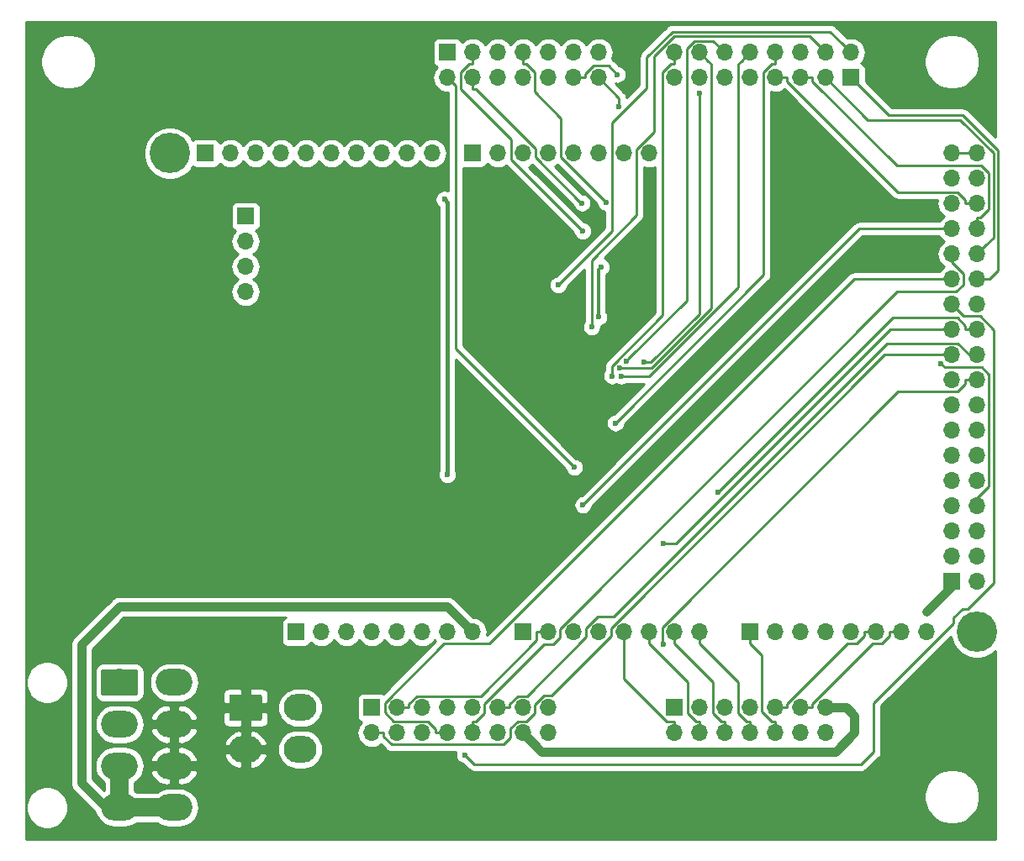
<source format=gbr>
G04 #@! TF.GenerationSoftware,KiCad,Pcbnew,(5.1.4)-1*
G04 #@! TF.CreationDate,2020-12-27T20:28:08-07:00*
G04 #@! TF.ProjectId,ufc_v4_controller,7566635f-7634-45f6-936f-6e74726f6c6c,rev?*
G04 #@! TF.SameCoordinates,Original*
G04 #@! TF.FileFunction,Copper,L2,Bot*
G04 #@! TF.FilePolarity,Positive*
%FSLAX46Y46*%
G04 Gerber Fmt 4.6, Leading zero omitted, Abs format (unit mm)*
G04 Created by KiCad (PCBNEW (5.1.4)-1) date 2020-12-27 20:28:08*
%MOMM*%
%LPD*%
G04 APERTURE LIST*
%ADD10O,3.300000X2.700000*%
%ADD11C,0.100000*%
%ADD12C,2.700000*%
%ADD13O,1.700000X1.700000*%
%ADD14R,1.700000X1.700000*%
%ADD15C,4.064000*%
%ADD16O,3.700000X2.700000*%
%ADD17C,0.600000*%
%ADD18C,1.200000*%
%ADD19C,0.914400*%
%ADD20C,0.250000*%
%ADD21C,1.828800*%
%ADD22C,0.304800*%
%ADD23C,0.457200*%
%ADD24C,0.254000*%
G04 APERTURE END LIST*
D10*
X131738000Y-130946000D03*
X131738000Y-126746000D03*
X126238000Y-130946000D03*
D11*
G36*
X127662503Y-125397204D02*
G01*
X127686772Y-125400804D01*
X127710570Y-125406765D01*
X127733670Y-125415030D01*
X127755849Y-125425520D01*
X127776892Y-125438133D01*
X127796598Y-125452748D01*
X127814776Y-125469224D01*
X127831252Y-125487402D01*
X127845867Y-125507108D01*
X127858480Y-125528151D01*
X127868970Y-125550330D01*
X127877235Y-125573430D01*
X127883196Y-125597228D01*
X127886796Y-125621497D01*
X127888000Y-125646001D01*
X127888000Y-127845999D01*
X127886796Y-127870503D01*
X127883196Y-127894772D01*
X127877235Y-127918570D01*
X127868970Y-127941670D01*
X127858480Y-127963849D01*
X127845867Y-127984892D01*
X127831252Y-128004598D01*
X127814776Y-128022776D01*
X127796598Y-128039252D01*
X127776892Y-128053867D01*
X127755849Y-128066480D01*
X127733670Y-128076970D01*
X127710570Y-128085235D01*
X127686772Y-128091196D01*
X127662503Y-128094796D01*
X127637999Y-128096000D01*
X124838001Y-128096000D01*
X124813497Y-128094796D01*
X124789228Y-128091196D01*
X124765430Y-128085235D01*
X124742330Y-128076970D01*
X124720151Y-128066480D01*
X124699108Y-128053867D01*
X124679402Y-128039252D01*
X124661224Y-128022776D01*
X124644748Y-128004598D01*
X124630133Y-127984892D01*
X124617520Y-127963849D01*
X124607030Y-127941670D01*
X124598765Y-127918570D01*
X124592804Y-127894772D01*
X124589204Y-127870503D01*
X124588000Y-127845999D01*
X124588000Y-125646001D01*
X124589204Y-125621497D01*
X124592804Y-125597228D01*
X124598765Y-125573430D01*
X124607030Y-125550330D01*
X124617520Y-125528151D01*
X124630133Y-125507108D01*
X124644748Y-125487402D01*
X124661224Y-125469224D01*
X124679402Y-125452748D01*
X124699108Y-125438133D01*
X124720151Y-125425520D01*
X124742330Y-125415030D01*
X124765430Y-125406765D01*
X124789228Y-125400804D01*
X124813497Y-125397204D01*
X124838001Y-125396000D01*
X127637999Y-125396000D01*
X127662503Y-125397204D01*
X127662503Y-125397204D01*
G37*
D12*
X126238000Y-126746000D03*
D13*
X156718000Y-129286000D03*
X156718000Y-126746000D03*
X154178000Y-129286000D03*
X154178000Y-126746000D03*
X151638000Y-129286000D03*
X151638000Y-126746000D03*
X149098000Y-129286000D03*
X149098000Y-126746000D03*
X146558000Y-129286000D03*
X146558000Y-126746000D03*
X144018000Y-129286000D03*
X144018000Y-126746000D03*
X141478000Y-129286000D03*
X141478000Y-126746000D03*
X138938000Y-129286000D03*
D14*
X138938000Y-126746000D03*
X122174000Y-70866000D03*
D13*
X124714000Y-70866000D03*
X127254000Y-70866000D03*
X129794000Y-70866000D03*
X132334000Y-70866000D03*
X134874000Y-70866000D03*
X137414000Y-70866000D03*
X139954000Y-70866000D03*
X142494000Y-70866000D03*
X145034000Y-70866000D03*
X166878000Y-70866000D03*
X164338000Y-70866000D03*
X161798000Y-70866000D03*
X159258000Y-70866000D03*
X156718000Y-70866000D03*
X154178000Y-70866000D03*
X151638000Y-70866000D03*
D14*
X149098000Y-70866000D03*
X197358000Y-114046000D03*
D13*
X199898000Y-114046000D03*
X197358000Y-111506000D03*
X199898000Y-111506000D03*
X197358000Y-108966000D03*
X199898000Y-108966000D03*
X197358000Y-106426000D03*
X199898000Y-106426000D03*
X197358000Y-103886000D03*
X199898000Y-103886000D03*
X197358000Y-101346000D03*
X199898000Y-101346000D03*
X197358000Y-98806000D03*
X199898000Y-98806000D03*
X197358000Y-96266000D03*
X199898000Y-96266000D03*
X197358000Y-93726000D03*
X199898000Y-93726000D03*
X197358000Y-91186000D03*
X199898000Y-91186000D03*
X197358000Y-88646000D03*
X199898000Y-88646000D03*
X197358000Y-86106000D03*
X199898000Y-86106000D03*
X197358000Y-83566000D03*
X199898000Y-83566000D03*
X197358000Y-81026000D03*
X199898000Y-81026000D03*
X197358000Y-78486000D03*
X199898000Y-78486000D03*
X197358000Y-75946000D03*
X199898000Y-75946000D03*
X197358000Y-73406000D03*
X199898000Y-73406000D03*
X197358000Y-70866000D03*
X199898000Y-70866000D03*
D15*
X199898000Y-119126000D03*
X118618000Y-70866000D03*
D14*
X131318000Y-119126000D03*
D13*
X133858000Y-119126000D03*
X136398000Y-119126000D03*
X138938000Y-119126000D03*
X141478000Y-119126000D03*
X144018000Y-119126000D03*
X146558000Y-119126000D03*
X149098000Y-119126000D03*
D14*
X154178000Y-119126000D03*
D13*
X156718000Y-119126000D03*
X159258000Y-119126000D03*
X161798000Y-119126000D03*
X164338000Y-119126000D03*
X166878000Y-119126000D03*
X169418000Y-119126000D03*
X171958000Y-119126000D03*
D14*
X177038000Y-119126000D03*
D13*
X179578000Y-119126000D03*
X182118000Y-119126000D03*
X184658000Y-119126000D03*
X187198000Y-119126000D03*
X189738000Y-119126000D03*
X192278000Y-119126000D03*
X194818000Y-119126000D03*
D11*
G36*
X115162503Y-122857204D02*
G01*
X115186772Y-122860804D01*
X115210570Y-122866765D01*
X115233670Y-122875030D01*
X115255849Y-122885520D01*
X115276892Y-122898133D01*
X115296598Y-122912748D01*
X115314776Y-122929224D01*
X115331252Y-122947402D01*
X115345867Y-122967108D01*
X115358480Y-122988151D01*
X115368970Y-123010330D01*
X115377235Y-123033430D01*
X115383196Y-123057228D01*
X115386796Y-123081497D01*
X115388000Y-123106001D01*
X115388000Y-125305999D01*
X115386796Y-125330503D01*
X115383196Y-125354772D01*
X115377235Y-125378570D01*
X115368970Y-125401670D01*
X115358480Y-125423849D01*
X115345867Y-125444892D01*
X115331252Y-125464598D01*
X115314776Y-125482776D01*
X115296598Y-125499252D01*
X115276892Y-125513867D01*
X115255849Y-125526480D01*
X115233670Y-125536970D01*
X115210570Y-125545235D01*
X115186772Y-125551196D01*
X115162503Y-125554796D01*
X115137999Y-125556000D01*
X111938001Y-125556000D01*
X111913497Y-125554796D01*
X111889228Y-125551196D01*
X111865430Y-125545235D01*
X111842330Y-125536970D01*
X111820151Y-125526480D01*
X111799108Y-125513867D01*
X111779402Y-125499252D01*
X111761224Y-125482776D01*
X111744748Y-125464598D01*
X111730133Y-125444892D01*
X111717520Y-125423849D01*
X111707030Y-125401670D01*
X111698765Y-125378570D01*
X111692804Y-125354772D01*
X111689204Y-125330503D01*
X111688000Y-125305999D01*
X111688000Y-123106001D01*
X111689204Y-123081497D01*
X111692804Y-123057228D01*
X111698765Y-123033430D01*
X111707030Y-123010330D01*
X111717520Y-122988151D01*
X111730133Y-122967108D01*
X111744748Y-122947402D01*
X111761224Y-122929224D01*
X111779402Y-122912748D01*
X111799108Y-122898133D01*
X111820151Y-122885520D01*
X111842330Y-122875030D01*
X111865430Y-122866765D01*
X111889228Y-122860804D01*
X111913497Y-122857204D01*
X111938001Y-122856000D01*
X115137999Y-122856000D01*
X115162503Y-122857204D01*
X115162503Y-122857204D01*
G37*
D12*
X113538000Y-124206000D03*
D16*
X113538000Y-128406000D03*
X113538000Y-132606000D03*
X113538000Y-136806000D03*
X119038000Y-124206000D03*
X119038000Y-128406000D03*
X119038000Y-132606000D03*
X119038000Y-136806000D03*
D13*
X161798000Y-63246000D03*
X161798000Y-60706000D03*
X159258000Y-63246000D03*
X159258000Y-60706000D03*
X156718000Y-63246000D03*
X156718000Y-60706000D03*
X154178000Y-63246000D03*
X154178000Y-60706000D03*
X151638000Y-63246000D03*
X151638000Y-60706000D03*
X149098000Y-63246000D03*
X149098000Y-60706000D03*
X146558000Y-63246000D03*
D14*
X146558000Y-60706000D03*
X169418000Y-126746000D03*
D13*
X169418000Y-129286000D03*
X171958000Y-126746000D03*
X171958000Y-129286000D03*
X174498000Y-126746000D03*
X174498000Y-129286000D03*
X177038000Y-126746000D03*
X177038000Y-129286000D03*
X179578000Y-126746000D03*
X179578000Y-129286000D03*
X182118000Y-126746000D03*
X182118000Y-129286000D03*
X184658000Y-126746000D03*
X184658000Y-129286000D03*
D14*
X126238000Y-77216000D03*
D13*
X126238000Y-79756000D03*
X126238000Y-82296000D03*
X126238000Y-84836000D03*
D14*
X187198000Y-63246000D03*
D13*
X187198000Y-60706000D03*
X184658000Y-63246000D03*
X184658000Y-60706000D03*
X182118000Y-63246000D03*
X182118000Y-60706000D03*
X179578000Y-63246000D03*
X179578000Y-60706000D03*
X177038000Y-63246000D03*
X177038000Y-60706000D03*
X174498000Y-63246000D03*
X174498000Y-60706000D03*
X171958000Y-63246000D03*
X171958000Y-60706000D03*
X169418000Y-63246000D03*
X169418000Y-60706000D03*
D17*
X194815500Y-117073500D03*
D18*
X165994000Y-81026700D03*
D17*
X159357100Y-102527600D03*
X146558000Y-103251000D03*
X146253000Y-75511000D03*
X160130500Y-75875900D03*
X196234200Y-92048500D03*
X162509600Y-75798100D03*
X163647900Y-62915500D03*
X163842655Y-66174553D03*
X168297300Y-120342000D03*
X168314800Y-110229600D03*
X173832800Y-105069800D03*
X148317300Y-131503790D03*
X160208300Y-106308800D03*
X160186700Y-78700300D03*
X161798000Y-87376000D03*
X162065500Y-82323500D03*
X157717600Y-84138500D03*
X161083890Y-88374800D03*
X171910700Y-64830400D03*
X166378000Y-91886000D03*
X163490600Y-98054500D03*
X164065200Y-93326300D03*
X164565500Y-91823500D03*
X163911200Y-92487600D03*
X163151400Y-93318700D03*
D19*
X197358000Y-114046000D02*
X197358000Y-114531000D01*
X197358000Y-114531000D02*
X194815500Y-117073500D01*
X156071500Y-131179500D02*
X154178000Y-129286000D01*
X186738000Y-126746000D02*
X187566000Y-127574000D01*
X184658000Y-126746000D02*
X186738000Y-126746000D01*
X187566000Y-127574000D02*
X187566000Y-129286000D01*
X187566000Y-129286000D02*
X185661000Y-131191000D01*
X185661000Y-131191000D02*
X156060000Y-131191000D01*
X156060000Y-131191000D02*
X156071500Y-131179500D01*
D20*
X199898000Y-70866000D02*
X197358000Y-70866000D01*
D19*
X146558000Y-116586000D02*
X149098000Y-119126000D01*
X113538000Y-116586000D02*
X146558000Y-116586000D01*
X109728000Y-120396000D02*
X113538000Y-116586000D01*
X109728000Y-134366000D02*
X109728000Y-120396000D01*
X113538000Y-136806000D02*
X112168000Y-136806000D01*
X112168000Y-136806000D02*
X109728000Y-134366000D01*
D21*
X119038000Y-136806000D02*
X113538000Y-136806000D01*
X113538000Y-136806000D02*
X113538000Y-132606000D01*
D20*
X147378000Y-64066000D02*
X146558000Y-63246000D01*
X159357100Y-102527600D02*
X147378000Y-90548500D01*
X147378000Y-90548500D02*
X147378000Y-64066000D01*
D22*
X146507000Y-103200000D02*
X146558000Y-103251000D01*
D23*
X146558000Y-75816000D02*
X146558000Y-103251000D01*
X146253000Y-75511000D02*
X146558000Y-75816000D01*
D20*
X149098000Y-63246000D02*
X149098000Y-64421300D01*
X149098000Y-64421300D02*
X149465300Y-64421300D01*
X149465300Y-64421300D02*
X155448000Y-70404000D01*
X155448000Y-70404000D02*
X155448000Y-71281500D01*
X155448000Y-71281500D02*
X160042400Y-75875900D01*
X160042400Y-75875900D02*
X160130500Y-75875900D01*
X199898000Y-105618100D02*
X199898000Y-106426000D01*
X201073300Y-104442800D02*
X199898000Y-105618100D01*
X201073300Y-93148300D02*
X201073300Y-104442800D01*
X200381000Y-92456000D02*
X201073300Y-93148300D01*
X196234200Y-92048500D02*
X196641700Y-92456000D01*
X196641700Y-92456000D02*
X200381000Y-92456000D01*
X154178000Y-60706000D02*
X154178000Y-61881300D01*
X154178000Y-61881300D02*
X154545400Y-61881300D01*
X154545400Y-61881300D02*
X155353300Y-62689200D01*
X155353300Y-62689200D02*
X155353300Y-64680800D01*
X155353300Y-64680800D02*
X157988000Y-67315500D01*
X157988000Y-67315500D02*
X157988000Y-71276500D01*
X157988000Y-71276500D02*
X162509600Y-75798100D01*
X159258000Y-63246000D02*
X160433300Y-63246000D01*
X160433300Y-63246000D02*
X160433300Y-62878700D01*
X160433300Y-62878700D02*
X161251700Y-62060300D01*
X161251700Y-62060300D02*
X162792700Y-62060300D01*
X162792700Y-62060300D02*
X163647900Y-62915500D01*
X163842655Y-65290655D02*
X163842655Y-65750289D01*
X161798000Y-63246000D02*
X163842655Y-65290655D01*
X163842655Y-65750289D02*
X163842655Y-66174553D01*
X199898000Y-93726000D02*
X198722700Y-93726000D01*
X198722700Y-93726000D02*
X198722700Y-94093400D01*
X198722700Y-94093400D02*
X197914800Y-94901300D01*
X197914800Y-94901300D02*
X191966000Y-94901300D01*
X191966000Y-94901300D02*
X168242600Y-118624700D01*
X168242600Y-118624700D02*
X168242600Y-120287300D01*
X168242600Y-120287300D02*
X168297300Y-120342000D01*
X138938000Y-129286000D02*
X140113300Y-129286000D01*
X197358000Y-91186000D02*
X190615700Y-91186000D01*
X190615700Y-91186000D02*
X163068000Y-118733700D01*
X163068000Y-118733700D02*
X163068000Y-119520700D01*
X163068000Y-119520700D02*
X157065500Y-125523200D01*
X157065500Y-125523200D02*
X156263500Y-125523200D01*
X156263500Y-125523200D02*
X155353400Y-126433300D01*
X155353400Y-126433300D02*
X155353400Y-127271600D01*
X155353400Y-127271600D02*
X154514400Y-128110600D01*
X154514400Y-128110600D02*
X153652400Y-128110600D01*
X153652400Y-128110600D02*
X152908000Y-128855000D01*
X152908000Y-128855000D02*
X152908000Y-129758600D01*
X152908000Y-129758600D02*
X152198700Y-130467900D01*
X152198700Y-130467900D02*
X140929900Y-130467900D01*
X140929900Y-130467900D02*
X140113300Y-129651300D01*
X140113300Y-129651300D02*
X140113300Y-129286000D01*
X152813300Y-126746000D02*
X151638000Y-126746000D01*
X160528000Y-118730500D02*
X160528000Y-119615600D01*
X152813300Y-126378600D02*
X152813300Y-126746000D01*
X154572900Y-125570700D02*
X153621200Y-125570700D01*
X199090100Y-91186000D02*
X197914800Y-90010700D01*
X197914800Y-90010700D02*
X190865500Y-90010700D01*
X199898000Y-91186000D02*
X199090100Y-91186000D01*
X190865500Y-90010700D02*
X163327400Y-117548800D01*
X163327400Y-117548800D02*
X161709700Y-117548800D01*
X153621200Y-125570700D02*
X152813300Y-126378600D01*
X160528000Y-119615600D02*
X154572900Y-125570700D01*
X161709700Y-117548800D02*
X160528000Y-118730500D01*
X168314800Y-110229600D02*
X169557400Y-110229600D01*
X169557400Y-110229600D02*
X191141000Y-88646000D01*
X191141000Y-88646000D02*
X197358000Y-88646000D01*
X199898000Y-88646000D02*
X198722700Y-88646000D01*
X198722700Y-88646000D02*
X198722700Y-88278700D01*
X198722700Y-88278700D02*
X197899400Y-87455400D01*
X197899400Y-87455400D02*
X191447200Y-87455400D01*
X191447200Y-87455400D02*
X173832800Y-105069800D01*
X148617299Y-131803789D02*
X148317300Y-131503790D01*
X149274510Y-132461000D02*
X148617299Y-131803789D01*
X188235800Y-132461000D02*
X149274510Y-132461000D01*
X189489100Y-131207700D02*
X188235800Y-132461000D01*
X189489100Y-126262550D02*
X189489100Y-131207700D01*
X197540999Y-118210651D02*
X189489100Y-126262550D01*
X197540999Y-117673001D02*
X197540999Y-118210651D01*
X198445001Y-116768999D02*
X197540999Y-117673001D01*
X198533300Y-87281300D02*
X200200700Y-87281300D01*
X200200700Y-87281300D02*
X201581500Y-88662100D01*
X201581500Y-88662100D02*
X201581500Y-114170150D01*
X201581500Y-114170150D02*
X198982651Y-116768999D01*
X197358000Y-86106000D02*
X198533300Y-87281300D01*
X198982651Y-116768999D02*
X198445001Y-116768999D01*
X146558000Y-129286000D02*
X145382700Y-129286000D01*
X197358000Y-83566000D02*
X196182700Y-83566000D01*
X196182700Y-83566000D02*
X187518900Y-83566000D01*
X187518900Y-83566000D02*
X150783500Y-120301400D01*
X150783500Y-120301400D02*
X146221300Y-120301400D01*
X146221300Y-120301400D02*
X140261200Y-126261500D01*
X140261200Y-126261500D02*
X140261200Y-127218600D01*
X140261200Y-127218600D02*
X141153300Y-128110700D01*
X141153300Y-128110700D02*
X144574800Y-128110700D01*
X144574800Y-128110700D02*
X145382700Y-128918600D01*
X145382700Y-128918600D02*
X145382700Y-129286000D01*
X201168000Y-83566000D02*
X199898000Y-83566000D01*
X191008000Y-67056000D02*
X198476900Y-67056000D01*
X187198000Y-63246000D02*
X191008000Y-67056000D01*
X198476900Y-67056000D02*
X202032500Y-70611600D01*
X202032500Y-70611600D02*
X202032500Y-81890500D01*
X202037990Y-82696010D02*
X201168000Y-83566000D01*
X202032500Y-81890500D02*
X202037990Y-81895990D01*
X202037990Y-81895990D02*
X202037990Y-82696010D01*
X149098000Y-128110700D02*
X149098000Y-129286000D01*
X149465400Y-128110700D02*
X149098000Y-128110700D01*
X150273300Y-127302800D02*
X149465400Y-128110700D01*
X150273300Y-126382200D02*
X150273300Y-127302800D01*
X156259500Y-120396000D02*
X150273300Y-126382200D01*
X157893400Y-119710200D02*
X157207600Y-120396000D01*
X157893400Y-118812300D02*
X157893400Y-119710200D01*
X197358000Y-81834000D02*
X198533400Y-83009400D01*
X197358000Y-81026000D02*
X197358000Y-81834000D01*
X198533400Y-83009400D02*
X198533400Y-84091600D01*
X198533400Y-84091600D02*
X197789000Y-84836000D01*
X197789000Y-84836000D02*
X191869700Y-84836000D01*
X157207600Y-120396000D02*
X156259500Y-120396000D01*
X191869700Y-84836000D02*
X157893400Y-118812300D01*
X201565600Y-79358400D02*
X200747999Y-80176001D01*
X200747999Y-80176001D02*
X199898000Y-81026000D01*
X198212511Y-67506011D02*
X201565600Y-70859100D01*
X188918011Y-67506011D02*
X198212511Y-67506011D01*
X184658000Y-63246000D02*
X188918011Y-67506011D01*
X201565600Y-70859100D02*
X201565600Y-79358400D01*
X160208300Y-106308800D02*
X160213600Y-106308800D01*
X160213600Y-106308800D02*
X188036400Y-78486000D01*
X188036400Y-78486000D02*
X197358000Y-78486000D01*
X199898000Y-78486000D02*
X199898000Y-77310700D01*
X182118000Y-63246000D02*
X183293300Y-63246000D01*
X183293300Y-63246000D02*
X183293300Y-63613300D01*
X183293300Y-63613300D02*
X191816000Y-72136000D01*
X191816000Y-72136000D02*
X200335300Y-72136000D01*
X200335300Y-72136000D02*
X201073300Y-72874000D01*
X201073300Y-72874000D02*
X201073300Y-76502800D01*
X201073300Y-76502800D02*
X200265400Y-77310700D01*
X200265400Y-77310700D02*
X199898000Y-77310700D01*
X199898000Y-75946000D02*
X198722700Y-75946000D01*
X179578000Y-63246000D02*
X180753300Y-63246000D01*
X180753300Y-63246000D02*
X180753300Y-63613300D01*
X180753300Y-63613300D02*
X191910700Y-74770700D01*
X191910700Y-74770700D02*
X197914800Y-74770700D01*
X197914800Y-74770700D02*
X198722700Y-75578600D01*
X198722700Y-75578600D02*
X198722700Y-75946000D01*
X141478000Y-126746000D02*
X142653300Y-126746000D01*
X156718000Y-119126000D02*
X155542700Y-119126000D01*
X155542700Y-119126000D02*
X155542700Y-119934000D01*
X155542700Y-119934000D02*
X149906000Y-125570700D01*
X149906000Y-125570700D02*
X143461200Y-125570700D01*
X143461200Y-125570700D02*
X142653300Y-126378600D01*
X142653300Y-126378600D02*
X142653300Y-126746000D01*
X169418000Y-129286000D02*
X169418000Y-128110700D01*
X169418000Y-128110700D02*
X168610000Y-128110700D01*
X168610000Y-128110700D02*
X164338000Y-123838700D01*
X164338000Y-123838700D02*
X164338000Y-119126000D01*
X166878000Y-119126000D02*
X166878000Y-120301300D01*
X171958000Y-129286000D02*
X171958000Y-128110700D01*
X171958000Y-128110700D02*
X171590600Y-128110700D01*
X171590600Y-128110700D02*
X170782700Y-127302800D01*
X170782700Y-127302800D02*
X170782700Y-124206000D01*
X170782700Y-124206000D02*
X166878000Y-120301300D01*
X169418000Y-119126000D02*
X169418000Y-120301300D01*
X174498000Y-129286000D02*
X174498000Y-128110700D01*
X174498000Y-128110700D02*
X174130600Y-128110700D01*
X174130600Y-128110700D02*
X173322700Y-127302800D01*
X173322700Y-127302800D02*
X173322700Y-124206000D01*
X173322700Y-124206000D02*
X169418000Y-120301300D01*
X171958000Y-119126000D02*
X171958000Y-120301300D01*
X177038000Y-129286000D02*
X177038000Y-128110700D01*
X177038000Y-128110700D02*
X176670600Y-128110700D01*
X176670600Y-128110700D02*
X175862700Y-127302800D01*
X175862700Y-127302800D02*
X175862700Y-124206000D01*
X175862700Y-124206000D02*
X171958000Y-120301300D01*
X177038000Y-119126000D02*
X177038000Y-120301300D01*
X179578000Y-129286000D02*
X179578000Y-128110700D01*
X179578000Y-128110700D02*
X179210600Y-128110700D01*
X179210600Y-128110700D02*
X178213300Y-127113400D01*
X178213300Y-127113400D02*
X178213300Y-121476600D01*
X178213300Y-121476600D02*
X177038000Y-120301300D01*
X189738000Y-119126000D02*
X188562700Y-119126000D01*
X179578000Y-126746000D02*
X180753300Y-126746000D01*
X180753300Y-126746000D02*
X180753300Y-126378600D01*
X180753300Y-126378600D02*
X186830600Y-120301300D01*
X186830600Y-120301300D02*
X187754800Y-120301300D01*
X187754800Y-120301300D02*
X188562700Y-119493400D01*
X188562700Y-119493400D02*
X188562700Y-119126000D01*
X192278000Y-119126000D02*
X191102700Y-119126000D01*
X182118000Y-126746000D02*
X183293300Y-126746000D01*
X183293300Y-126746000D02*
X183293300Y-126378600D01*
X183293300Y-126378600D02*
X189370600Y-120301300D01*
X189370600Y-120301300D02*
X190294800Y-120301300D01*
X190294800Y-120301300D02*
X191102700Y-119493400D01*
X191102700Y-119493400D02*
X191102700Y-119126000D01*
X149098000Y-60706000D02*
X149098000Y-61881300D01*
X160186700Y-78700300D02*
X153002600Y-71516200D01*
X153002600Y-71516200D02*
X153002600Y-69501100D01*
X153002600Y-69501100D02*
X147922700Y-64421200D01*
X147922700Y-64421200D02*
X147922700Y-62689200D01*
X147922700Y-62689200D02*
X148730600Y-61881300D01*
X148730600Y-61881300D02*
X149098000Y-61881300D01*
D22*
X161798000Y-87376000D02*
X161798000Y-82591000D01*
X161798000Y-82591000D02*
X162065500Y-82323500D01*
D20*
X169203100Y-58604500D02*
X185096500Y-58604500D01*
X163162500Y-67779710D02*
X166652700Y-64289510D01*
X185096500Y-58604500D02*
X186348001Y-59856001D01*
X166652700Y-61154900D02*
X169203100Y-58604500D01*
X163162500Y-78693600D02*
X163162500Y-67779710D01*
X157717600Y-84138500D02*
X163162500Y-78693600D01*
X166652700Y-64289510D02*
X166652700Y-61154900D01*
X186348001Y-59856001D02*
X187198000Y-60706000D01*
X165608000Y-70473700D02*
X165608000Y-77132500D01*
X184658000Y-60706000D02*
X183032200Y-59080200D01*
X161083890Y-87950536D02*
X161083890Y-88374800D01*
X167359100Y-68722600D02*
X165608000Y-70473700D01*
X165608000Y-77132500D02*
X161083890Y-81656610D01*
X161083890Y-81656610D02*
X161083890Y-87950536D01*
X183032200Y-59080200D02*
X169381500Y-59080200D01*
X169381500Y-59080200D02*
X167359100Y-61102600D01*
X167359100Y-61102600D02*
X167359100Y-68722600D01*
X167076911Y-91886000D02*
X166802264Y-91886000D01*
X171910700Y-64830400D02*
X171910700Y-87052211D01*
X166802264Y-91886000D02*
X166378000Y-91886000D01*
X171910700Y-87052211D02*
X167076911Y-91886000D01*
X179578000Y-60706000D02*
X179578000Y-61881300D01*
X163490600Y-98054500D02*
X178402700Y-83142400D01*
X178402700Y-83142400D02*
X178402700Y-62689200D01*
X178402700Y-62689200D02*
X179210600Y-61881300D01*
X179210600Y-61881300D02*
X179578000Y-61881300D01*
X175862700Y-84373033D02*
X175862700Y-61881300D01*
X166909433Y-93326300D02*
X175862700Y-84373033D01*
X164065200Y-93326300D02*
X166909433Y-93326300D01*
X175862700Y-61881300D02*
X176188001Y-61555999D01*
X176188001Y-61555999D02*
X177038000Y-60706000D01*
X174498000Y-60706000D02*
X173322700Y-59530700D01*
X171464000Y-59530700D02*
X170688000Y-60306700D01*
X173322700Y-59530700D02*
X171464000Y-59530700D01*
X170688000Y-60306700D02*
X170688000Y-85701000D01*
X164865499Y-91523501D02*
X164565500Y-91823500D01*
X170688000Y-85701000D02*
X164865499Y-91523501D01*
X163911200Y-92487600D02*
X164335464Y-92487600D01*
X164335464Y-92487600D02*
X164358866Y-92511002D01*
X167088320Y-92511002D02*
X173133300Y-86466022D01*
X172807999Y-61555999D02*
X171958000Y-60706000D01*
X173133300Y-61881300D02*
X172807999Y-61555999D01*
X173133300Y-86466022D02*
X173133300Y-61881300D01*
X164358866Y-92511002D02*
X167088320Y-92511002D01*
X169418000Y-61881300D02*
X169418000Y-60706000D01*
X169050600Y-61881300D02*
X169418000Y-61881300D01*
X168242700Y-62689200D02*
X169050600Y-61881300D01*
X168242700Y-87208800D02*
X168242700Y-62689200D01*
X163151400Y-93318700D02*
X163151400Y-92300100D01*
X163151400Y-92300100D02*
X168242700Y-87208800D01*
D24*
G36*
X201728000Y-69232298D02*
G01*
X199040704Y-66545003D01*
X199016901Y-66515999D01*
X198901176Y-66421026D01*
X198769147Y-66350454D01*
X198625886Y-66306997D01*
X198514233Y-66296000D01*
X198514222Y-66296000D01*
X198476900Y-66292324D01*
X198439578Y-66296000D01*
X191322802Y-66296000D01*
X188686072Y-63659271D01*
X188686072Y-62396000D01*
X188673812Y-62271518D01*
X188637502Y-62151820D01*
X188578537Y-62041506D01*
X188499185Y-61944815D01*
X188402494Y-61865463D01*
X188292180Y-61806498D01*
X188223313Y-61785607D01*
X188253134Y-61761134D01*
X188438706Y-61535014D01*
X188531343Y-61361701D01*
X194593000Y-61361701D01*
X194593000Y-61910299D01*
X194700026Y-62448354D01*
X194909965Y-62955192D01*
X195214750Y-63411334D01*
X195602666Y-63799250D01*
X196058808Y-64104035D01*
X196565646Y-64313974D01*
X197103701Y-64421000D01*
X197652299Y-64421000D01*
X198190354Y-64313974D01*
X198697192Y-64104035D01*
X199153334Y-63799250D01*
X199541250Y-63411334D01*
X199846035Y-62955192D01*
X200055974Y-62448354D01*
X200163000Y-61910299D01*
X200163000Y-61361701D01*
X200055974Y-60823646D01*
X199846035Y-60316808D01*
X199541250Y-59860666D01*
X199153334Y-59472750D01*
X198697192Y-59167965D01*
X198190354Y-58958026D01*
X197652299Y-58851000D01*
X197103701Y-58851000D01*
X196565646Y-58958026D01*
X196058808Y-59167965D01*
X195602666Y-59472750D01*
X195214750Y-59860666D01*
X194909965Y-60316808D01*
X194700026Y-60823646D01*
X194593000Y-61361701D01*
X188531343Y-61361701D01*
X188576599Y-61277034D01*
X188661513Y-60997111D01*
X188690185Y-60706000D01*
X188661513Y-60414889D01*
X188576599Y-60134966D01*
X188438706Y-59876986D01*
X188253134Y-59650866D01*
X188027014Y-59465294D01*
X187769034Y-59327401D01*
X187489111Y-59242487D01*
X187270950Y-59221000D01*
X187125050Y-59221000D01*
X186906889Y-59242487D01*
X186832005Y-59265203D01*
X185660304Y-58093503D01*
X185636501Y-58064499D01*
X185520776Y-57969526D01*
X185388747Y-57898954D01*
X185245486Y-57855497D01*
X185133833Y-57844500D01*
X185133822Y-57844500D01*
X185096500Y-57840824D01*
X185059178Y-57844500D01*
X169240422Y-57844500D01*
X169203099Y-57840824D01*
X169165776Y-57844500D01*
X169165767Y-57844500D01*
X169054114Y-57855497D01*
X168910853Y-57898954D01*
X168778824Y-57969526D01*
X168663099Y-58064499D01*
X168639301Y-58093497D01*
X166141698Y-60591101D01*
X166112700Y-60614899D01*
X166088902Y-60643897D01*
X166088901Y-60643898D01*
X166017726Y-60730624D01*
X165947154Y-60862654D01*
X165929448Y-60921025D01*
X165906369Y-60997111D01*
X165903698Y-61005915D01*
X165889024Y-61154900D01*
X165892701Y-61192232D01*
X165892700Y-63974708D01*
X164603679Y-65263729D01*
X164602655Y-65253332D01*
X164602655Y-65253322D01*
X164591658Y-65141669D01*
X164548201Y-64998408D01*
X164477629Y-64866379D01*
X164382656Y-64750654D01*
X164353659Y-64726857D01*
X163457807Y-63831006D01*
X163555811Y-63850500D01*
X163739989Y-63850500D01*
X163920629Y-63814568D01*
X164090789Y-63744086D01*
X164243928Y-63641762D01*
X164374162Y-63511528D01*
X164476486Y-63358389D01*
X164546968Y-63188229D01*
X164582900Y-63007589D01*
X164582900Y-62823411D01*
X164546968Y-62642771D01*
X164476486Y-62472611D01*
X164374162Y-62319472D01*
X164243928Y-62189238D01*
X164090789Y-62086914D01*
X163920629Y-62016432D01*
X163799550Y-61992347D01*
X163356503Y-61549302D01*
X163332701Y-61520299D01*
X163216976Y-61425326D01*
X163123922Y-61375587D01*
X163176599Y-61277034D01*
X163261513Y-60997111D01*
X163290185Y-60706000D01*
X163261513Y-60414889D01*
X163176599Y-60134966D01*
X163038706Y-59876986D01*
X162853134Y-59650866D01*
X162627014Y-59465294D01*
X162369034Y-59327401D01*
X162089111Y-59242487D01*
X161870950Y-59221000D01*
X161725050Y-59221000D01*
X161506889Y-59242487D01*
X161226966Y-59327401D01*
X160968986Y-59465294D01*
X160742866Y-59650866D01*
X160557294Y-59876986D01*
X160528000Y-59931791D01*
X160498706Y-59876986D01*
X160313134Y-59650866D01*
X160087014Y-59465294D01*
X159829034Y-59327401D01*
X159549111Y-59242487D01*
X159330950Y-59221000D01*
X159185050Y-59221000D01*
X158966889Y-59242487D01*
X158686966Y-59327401D01*
X158428986Y-59465294D01*
X158202866Y-59650866D01*
X158017294Y-59876986D01*
X157988000Y-59931791D01*
X157958706Y-59876986D01*
X157773134Y-59650866D01*
X157547014Y-59465294D01*
X157289034Y-59327401D01*
X157009111Y-59242487D01*
X156790950Y-59221000D01*
X156645050Y-59221000D01*
X156426889Y-59242487D01*
X156146966Y-59327401D01*
X155888986Y-59465294D01*
X155662866Y-59650866D01*
X155477294Y-59876986D01*
X155448000Y-59931791D01*
X155418706Y-59876986D01*
X155233134Y-59650866D01*
X155007014Y-59465294D01*
X154749034Y-59327401D01*
X154469111Y-59242487D01*
X154250950Y-59221000D01*
X154105050Y-59221000D01*
X153886889Y-59242487D01*
X153606966Y-59327401D01*
X153348986Y-59465294D01*
X153122866Y-59650866D01*
X152937294Y-59876986D01*
X152908000Y-59931791D01*
X152878706Y-59876986D01*
X152693134Y-59650866D01*
X152467014Y-59465294D01*
X152209034Y-59327401D01*
X151929111Y-59242487D01*
X151710950Y-59221000D01*
X151565050Y-59221000D01*
X151346889Y-59242487D01*
X151066966Y-59327401D01*
X150808986Y-59465294D01*
X150582866Y-59650866D01*
X150397294Y-59876986D01*
X150368000Y-59931791D01*
X150338706Y-59876986D01*
X150153134Y-59650866D01*
X149927014Y-59465294D01*
X149669034Y-59327401D01*
X149389111Y-59242487D01*
X149170950Y-59221000D01*
X149025050Y-59221000D01*
X148806889Y-59242487D01*
X148526966Y-59327401D01*
X148268986Y-59465294D01*
X148042866Y-59650866D01*
X148018393Y-59680687D01*
X147997502Y-59611820D01*
X147938537Y-59501506D01*
X147859185Y-59404815D01*
X147762494Y-59325463D01*
X147652180Y-59266498D01*
X147532482Y-59230188D01*
X147408000Y-59217928D01*
X145708000Y-59217928D01*
X145583518Y-59230188D01*
X145463820Y-59266498D01*
X145353506Y-59325463D01*
X145256815Y-59404815D01*
X145177463Y-59501506D01*
X145118498Y-59611820D01*
X145082188Y-59731518D01*
X145069928Y-59856000D01*
X145069928Y-61556000D01*
X145082188Y-61680482D01*
X145118498Y-61800180D01*
X145177463Y-61910494D01*
X145256815Y-62007185D01*
X145353506Y-62086537D01*
X145463820Y-62145502D01*
X145532687Y-62166393D01*
X145502866Y-62190866D01*
X145317294Y-62416986D01*
X145179401Y-62674966D01*
X145094487Y-62954889D01*
X145065815Y-63246000D01*
X145094487Y-63537111D01*
X145179401Y-63817034D01*
X145317294Y-64075014D01*
X145502866Y-64301134D01*
X145728986Y-64486706D01*
X145986966Y-64624599D01*
X146266889Y-64709513D01*
X146485050Y-64731000D01*
X146618001Y-64731000D01*
X146618001Y-74650152D01*
X146525729Y-74611932D01*
X146345089Y-74576000D01*
X146160911Y-74576000D01*
X145980271Y-74611932D01*
X145810111Y-74682414D01*
X145656972Y-74784738D01*
X145526738Y-74914972D01*
X145424414Y-75068111D01*
X145353932Y-75238271D01*
X145318000Y-75418911D01*
X145318000Y-75603089D01*
X145353932Y-75783729D01*
X145424414Y-75953889D01*
X145526738Y-76107028D01*
X145656972Y-76237262D01*
X145694400Y-76262271D01*
X145694401Y-102892641D01*
X145658932Y-102978271D01*
X145623000Y-103158911D01*
X145623000Y-103343089D01*
X145658932Y-103523729D01*
X145729414Y-103693889D01*
X145831738Y-103847028D01*
X145961972Y-103977262D01*
X146115111Y-104079586D01*
X146285271Y-104150068D01*
X146465911Y-104186000D01*
X146650089Y-104186000D01*
X146830729Y-104150068D01*
X147000889Y-104079586D01*
X147154028Y-103977262D01*
X147284262Y-103847028D01*
X147386586Y-103693889D01*
X147457068Y-103523729D01*
X147493000Y-103343089D01*
X147493000Y-103158911D01*
X147457068Y-102978271D01*
X147421600Y-102892643D01*
X147421600Y-91666901D01*
X158433947Y-102679249D01*
X158458032Y-102800329D01*
X158528514Y-102970489D01*
X158630838Y-103123628D01*
X158761072Y-103253862D01*
X158914211Y-103356186D01*
X159084371Y-103426668D01*
X159265011Y-103462600D01*
X159449189Y-103462600D01*
X159629829Y-103426668D01*
X159799989Y-103356186D01*
X159953128Y-103253862D01*
X160083362Y-103123628D01*
X160185686Y-102970489D01*
X160256168Y-102800329D01*
X160292100Y-102619689D01*
X160292100Y-102435511D01*
X160256168Y-102254871D01*
X160185686Y-102084711D01*
X160083362Y-101931572D01*
X159953128Y-101801338D01*
X159799989Y-101699014D01*
X159629829Y-101628532D01*
X159508749Y-101604447D01*
X148138000Y-90233699D01*
X148138000Y-72343238D01*
X148248000Y-72354072D01*
X149948000Y-72354072D01*
X150072482Y-72341812D01*
X150192180Y-72305502D01*
X150302494Y-72246537D01*
X150399185Y-72167185D01*
X150478537Y-72070494D01*
X150537502Y-71960180D01*
X150558393Y-71891313D01*
X150582866Y-71921134D01*
X150808986Y-72106706D01*
X151066966Y-72244599D01*
X151346889Y-72329513D01*
X151565050Y-72351000D01*
X151710950Y-72351000D01*
X151929111Y-72329513D01*
X152209034Y-72244599D01*
X152467014Y-72106706D01*
X152495185Y-72083586D01*
X159263547Y-78851949D01*
X159287632Y-78973029D01*
X159358114Y-79143189D01*
X159460438Y-79296328D01*
X159590672Y-79426562D01*
X159743811Y-79528886D01*
X159913971Y-79599368D01*
X160094611Y-79635300D01*
X160278789Y-79635300D01*
X160459429Y-79599368D01*
X160629589Y-79528886D01*
X160782728Y-79426562D01*
X160912962Y-79296328D01*
X161015286Y-79143189D01*
X161085768Y-78973029D01*
X161121700Y-78792389D01*
X161121700Y-78608211D01*
X161085768Y-78427571D01*
X161015286Y-78257411D01*
X160912962Y-78104272D01*
X160782728Y-77974038D01*
X160629589Y-77871714D01*
X160459429Y-77801232D01*
X160338349Y-77777147D01*
X154786027Y-72224826D01*
X155007014Y-72106706D01*
X155112135Y-72020436D01*
X159229223Y-76137525D01*
X159231432Y-76148629D01*
X159301914Y-76318789D01*
X159404238Y-76471928D01*
X159534472Y-76602162D01*
X159687611Y-76704486D01*
X159857771Y-76774968D01*
X160038411Y-76810900D01*
X160222589Y-76810900D01*
X160403229Y-76774968D01*
X160573389Y-76704486D01*
X160726528Y-76602162D01*
X160856762Y-76471928D01*
X160959086Y-76318789D01*
X161029568Y-76148629D01*
X161065500Y-75967989D01*
X161065500Y-75783811D01*
X161029568Y-75603171D01*
X160959086Y-75433011D01*
X160856762Y-75279872D01*
X160726528Y-75149638D01*
X160573389Y-75047314D01*
X160403229Y-74976832D01*
X160222589Y-74940900D01*
X160182202Y-74940900D01*
X157417327Y-72176025D01*
X157547014Y-72106706D01*
X157654881Y-72018182D01*
X161586447Y-75949749D01*
X161610532Y-76070829D01*
X161681014Y-76240989D01*
X161783338Y-76394128D01*
X161913572Y-76524362D01*
X162066711Y-76626686D01*
X162236871Y-76697168D01*
X162402500Y-76730114D01*
X162402500Y-78378797D01*
X157565952Y-83215347D01*
X157444871Y-83239432D01*
X157274711Y-83309914D01*
X157121572Y-83412238D01*
X156991338Y-83542472D01*
X156889014Y-83695611D01*
X156818532Y-83865771D01*
X156782600Y-84046411D01*
X156782600Y-84230589D01*
X156818532Y-84411229D01*
X156889014Y-84581389D01*
X156991338Y-84734528D01*
X157121572Y-84864762D01*
X157274711Y-84967086D01*
X157444871Y-85037568D01*
X157625511Y-85073500D01*
X157809689Y-85073500D01*
X157990329Y-85037568D01*
X158160489Y-84967086D01*
X158313628Y-84864762D01*
X158443862Y-84734528D01*
X158546186Y-84581389D01*
X158616668Y-84411229D01*
X158640753Y-84290148D01*
X160323890Y-82607012D01*
X160323891Y-87829263D01*
X160255304Y-87931911D01*
X160184822Y-88102071D01*
X160148890Y-88282711D01*
X160148890Y-88466889D01*
X160184822Y-88647529D01*
X160255304Y-88817689D01*
X160357628Y-88970828D01*
X160487862Y-89101062D01*
X160641001Y-89203386D01*
X160811161Y-89273868D01*
X160991801Y-89309800D01*
X161175979Y-89309800D01*
X161356619Y-89273868D01*
X161526779Y-89203386D01*
X161679918Y-89101062D01*
X161810152Y-88970828D01*
X161912476Y-88817689D01*
X161982958Y-88647529D01*
X162018890Y-88466889D01*
X162018890Y-88285380D01*
X162070729Y-88275068D01*
X162240889Y-88204586D01*
X162394028Y-88102262D01*
X162524262Y-87972028D01*
X162626586Y-87818889D01*
X162697068Y-87648729D01*
X162733000Y-87468089D01*
X162733000Y-87283911D01*
X162697068Y-87103271D01*
X162626586Y-86933111D01*
X162585400Y-86871472D01*
X162585400Y-83100629D01*
X162661528Y-83049762D01*
X162791762Y-82919528D01*
X162894086Y-82766389D01*
X162964568Y-82596229D01*
X163000500Y-82415589D01*
X163000500Y-82231411D01*
X162964568Y-82050771D01*
X162894086Y-81880611D01*
X162791762Y-81727472D01*
X162661528Y-81597238D01*
X162508389Y-81494914D01*
X162375451Y-81439850D01*
X166119003Y-77696299D01*
X166148001Y-77672501D01*
X166242974Y-77556776D01*
X166313546Y-77424747D01*
X166357003Y-77281486D01*
X166368000Y-77169833D01*
X166368000Y-77169825D01*
X166371676Y-77132500D01*
X166368000Y-77095175D01*
X166368000Y-72263114D01*
X166586889Y-72329513D01*
X166805050Y-72351000D01*
X166950950Y-72351000D01*
X167169111Y-72329513D01*
X167449034Y-72244599D01*
X167482701Y-72226604D01*
X167482700Y-86893998D01*
X162640398Y-91736301D01*
X162611400Y-91760099D01*
X162587602Y-91789097D01*
X162587601Y-91789098D01*
X162516426Y-91875824D01*
X162445854Y-92007854D01*
X162402398Y-92151115D01*
X162387724Y-92300100D01*
X162391401Y-92337432D01*
X162391401Y-92773164D01*
X162322814Y-92875811D01*
X162252332Y-93045971D01*
X162216400Y-93226611D01*
X162216400Y-93410789D01*
X162252332Y-93591429D01*
X162322814Y-93761589D01*
X162425138Y-93914728D01*
X162555372Y-94044962D01*
X162708511Y-94147286D01*
X162878671Y-94217768D01*
X163059311Y-94253700D01*
X163243489Y-94253700D01*
X163424129Y-94217768D01*
X163594289Y-94147286D01*
X163602613Y-94141724D01*
X163622311Y-94154886D01*
X163792471Y-94225368D01*
X163973111Y-94261300D01*
X164157289Y-94261300D01*
X164337929Y-94225368D01*
X164508089Y-94154886D01*
X164610735Y-94086300D01*
X166383999Y-94086300D01*
X163338952Y-97131347D01*
X163217871Y-97155432D01*
X163047711Y-97225914D01*
X162894572Y-97328238D01*
X162764338Y-97458472D01*
X162662014Y-97611611D01*
X162591532Y-97781771D01*
X162555600Y-97962411D01*
X162555600Y-98146589D01*
X162591532Y-98327229D01*
X162662014Y-98497389D01*
X162764338Y-98650528D01*
X162894572Y-98780762D01*
X163047711Y-98883086D01*
X163217871Y-98953568D01*
X163398511Y-98989500D01*
X163582689Y-98989500D01*
X163763329Y-98953568D01*
X163933489Y-98883086D01*
X164086628Y-98780762D01*
X164216862Y-98650528D01*
X164319186Y-98497389D01*
X164389668Y-98327229D01*
X164413753Y-98206148D01*
X178913704Y-83706198D01*
X178942701Y-83682401D01*
X178990605Y-83624030D01*
X179037674Y-83566677D01*
X179108246Y-83434647D01*
X179108541Y-83433676D01*
X179151703Y-83291386D01*
X179162700Y-83179733D01*
X179162700Y-83179724D01*
X179166376Y-83142401D01*
X179162700Y-83105078D01*
X179162700Y-64671841D01*
X179286889Y-64709513D01*
X179505050Y-64731000D01*
X179650950Y-64731000D01*
X179869111Y-64709513D01*
X180149034Y-64624599D01*
X180407014Y-64486706D01*
X180486595Y-64421396D01*
X191346905Y-75281708D01*
X191370699Y-75310701D01*
X191399692Y-75334495D01*
X191399696Y-75334499D01*
X191436737Y-75364897D01*
X191486424Y-75405674D01*
X191618453Y-75476246D01*
X191761714Y-75519703D01*
X191873367Y-75530700D01*
X191873376Y-75530700D01*
X191910699Y-75534376D01*
X191948022Y-75530700D01*
X195932159Y-75530700D01*
X195894487Y-75654889D01*
X195865815Y-75946000D01*
X195894487Y-76237111D01*
X195979401Y-76517034D01*
X196117294Y-76775014D01*
X196302866Y-77001134D01*
X196528986Y-77186706D01*
X196583791Y-77216000D01*
X196528986Y-77245294D01*
X196302866Y-77430866D01*
X196117294Y-77656986D01*
X196080405Y-77726000D01*
X188073722Y-77726000D01*
X188036399Y-77722324D01*
X187999076Y-77726000D01*
X187999067Y-77726000D01*
X187887414Y-77736997D01*
X187744153Y-77780454D01*
X187612123Y-77851026D01*
X187557107Y-77896177D01*
X187496399Y-77945999D01*
X187472601Y-77974997D01*
X160063268Y-105384331D01*
X159935571Y-105409732D01*
X159765411Y-105480214D01*
X159612272Y-105582538D01*
X159482038Y-105712772D01*
X159379714Y-105865911D01*
X159309232Y-106036071D01*
X159273300Y-106216711D01*
X159273300Y-106400889D01*
X159309232Y-106581529D01*
X159379714Y-106751689D01*
X159482038Y-106904828D01*
X159612272Y-107035062D01*
X159765411Y-107137386D01*
X159935571Y-107207868D01*
X160116211Y-107243800D01*
X160300389Y-107243800D01*
X160481029Y-107207868D01*
X160651189Y-107137386D01*
X160804328Y-107035062D01*
X160934562Y-106904828D01*
X161036886Y-106751689D01*
X161107368Y-106581529D01*
X161130137Y-106467064D01*
X188351202Y-79246000D01*
X196080405Y-79246000D01*
X196117294Y-79315014D01*
X196302866Y-79541134D01*
X196528986Y-79726706D01*
X196583791Y-79756000D01*
X196528986Y-79785294D01*
X196302866Y-79970866D01*
X196117294Y-80196986D01*
X195979401Y-80454966D01*
X195894487Y-80734889D01*
X195865815Y-81026000D01*
X195894487Y-81317111D01*
X195979401Y-81597034D01*
X196117294Y-81855014D01*
X196302866Y-82081134D01*
X196528986Y-82266706D01*
X196583791Y-82296000D01*
X196528986Y-82325294D01*
X196302866Y-82510866D01*
X196117294Y-82736986D01*
X196080405Y-82806000D01*
X187556223Y-82806000D01*
X187518900Y-82802324D01*
X187481577Y-82806000D01*
X187481567Y-82806000D01*
X187369914Y-82816997D01*
X187251457Y-82852930D01*
X187226653Y-82860454D01*
X187094623Y-82931026D01*
X187044615Y-82972067D01*
X186978899Y-83025999D01*
X186955101Y-83054997D01*
X150547808Y-119462291D01*
X150561513Y-119417111D01*
X150590185Y-119126000D01*
X150561513Y-118834889D01*
X150476599Y-118554966D01*
X150338706Y-118296986D01*
X150153134Y-118070866D01*
X149927014Y-117885294D01*
X149669034Y-117747401D01*
X149389111Y-117662487D01*
X149170950Y-117641000D01*
X149157604Y-117641000D01*
X147368240Y-115851637D01*
X147334038Y-115809962D01*
X147167729Y-115673475D01*
X146977989Y-115572057D01*
X146772109Y-115509604D01*
X146611649Y-115493800D01*
X146611641Y-115493800D01*
X146558000Y-115488517D01*
X146504359Y-115493800D01*
X113591641Y-115493800D01*
X113538000Y-115488517D01*
X113484359Y-115493800D01*
X113484351Y-115493800D01*
X113323891Y-115509604D01*
X113118011Y-115572057D01*
X112928271Y-115673475D01*
X112761962Y-115809962D01*
X112727765Y-115851631D01*
X108993632Y-119585765D01*
X108951963Y-119619962D01*
X108917766Y-119661631D01*
X108917763Y-119661634D01*
X108913830Y-119666427D01*
X108815476Y-119786271D01*
X108791276Y-119831546D01*
X108714057Y-119976012D01*
X108651604Y-120181891D01*
X108630517Y-120396000D01*
X108635801Y-120449652D01*
X108635800Y-134312358D01*
X108630517Y-134366000D01*
X108635800Y-134419641D01*
X108635800Y-134419648D01*
X108638213Y-134444143D01*
X108651604Y-134580109D01*
X108679176Y-134671000D01*
X108714057Y-134785988D01*
X108815475Y-134975729D01*
X108951962Y-135142038D01*
X108993637Y-135176240D01*
X111111853Y-137294457D01*
X111195226Y-137569302D01*
X111379547Y-137914143D01*
X111627602Y-138216398D01*
X111929857Y-138464453D01*
X112274698Y-138648774D01*
X112648872Y-138762278D01*
X112940490Y-138791000D01*
X114135510Y-138791000D01*
X114427128Y-138762278D01*
X114801302Y-138648774D01*
X115146143Y-138464453D01*
X115279024Y-138355400D01*
X117296976Y-138355400D01*
X117429857Y-138464453D01*
X117774698Y-138648774D01*
X118148872Y-138762278D01*
X118440490Y-138791000D01*
X119635510Y-138791000D01*
X119927128Y-138762278D01*
X120301302Y-138648774D01*
X120646143Y-138464453D01*
X120948398Y-138216398D01*
X121196453Y-137914143D01*
X121380774Y-137569302D01*
X121494278Y-137195128D01*
X121532604Y-136806000D01*
X121494278Y-136416872D01*
X121380774Y-136042698D01*
X121196453Y-135697857D01*
X120986231Y-135441701D01*
X194593000Y-135441701D01*
X194593000Y-135990299D01*
X194700026Y-136528354D01*
X194909965Y-137035192D01*
X195214750Y-137491334D01*
X195602666Y-137879250D01*
X196058808Y-138184035D01*
X196565646Y-138393974D01*
X197103701Y-138501000D01*
X197652299Y-138501000D01*
X198190354Y-138393974D01*
X198697192Y-138184035D01*
X199153334Y-137879250D01*
X199541250Y-137491334D01*
X199846035Y-137035192D01*
X200055974Y-136528354D01*
X200163000Y-135990299D01*
X200163000Y-135441701D01*
X200055974Y-134903646D01*
X199846035Y-134396808D01*
X199541250Y-133940666D01*
X199153334Y-133552750D01*
X198697192Y-133247965D01*
X198190354Y-133038026D01*
X197652299Y-132931000D01*
X197103701Y-132931000D01*
X196565646Y-133038026D01*
X196058808Y-133247965D01*
X195602666Y-133552750D01*
X195214750Y-133940666D01*
X194909965Y-134396808D01*
X194700026Y-134903646D01*
X194593000Y-135441701D01*
X120986231Y-135441701D01*
X120948398Y-135395602D01*
X120646143Y-135147547D01*
X120301302Y-134963226D01*
X119927128Y-134849722D01*
X119635510Y-134821000D01*
X118440490Y-134821000D01*
X118148872Y-134849722D01*
X117774698Y-134963226D01*
X117429857Y-135147547D01*
X117296976Y-135256600D01*
X115279024Y-135256600D01*
X115146143Y-135147547D01*
X115087400Y-135116148D01*
X115087400Y-134295852D01*
X115146143Y-134264453D01*
X115448398Y-134016398D01*
X115696453Y-133714143D01*
X115880774Y-133369302D01*
X115908045Y-133279399D01*
X116670713Y-133279399D01*
X116777706Y-133557354D01*
X116997129Y-133882490D01*
X117275767Y-134158572D01*
X117602912Y-134374989D01*
X117965992Y-134523425D01*
X118351054Y-134598175D01*
X118665000Y-134444143D01*
X118665000Y-132979000D01*
X119411000Y-132979000D01*
X119411000Y-134444143D01*
X119724946Y-134598175D01*
X120110008Y-134523425D01*
X120473088Y-134374989D01*
X120800233Y-134158572D01*
X121078871Y-133882490D01*
X121298294Y-133557354D01*
X121405287Y-133279399D01*
X121325753Y-132979000D01*
X119411000Y-132979000D01*
X118665000Y-132979000D01*
X116750247Y-132979000D01*
X116670713Y-133279399D01*
X115908045Y-133279399D01*
X115994278Y-132995128D01*
X116032604Y-132606000D01*
X115994278Y-132216872D01*
X115908046Y-131932601D01*
X116670713Y-131932601D01*
X116750247Y-132233000D01*
X118665000Y-132233000D01*
X118665000Y-130767857D01*
X119411000Y-130767857D01*
X119411000Y-132233000D01*
X121325753Y-132233000D01*
X121405287Y-131932601D01*
X121298294Y-131654646D01*
X121274508Y-131619399D01*
X124070713Y-131619399D01*
X124111011Y-131707869D01*
X124294749Y-132049658D01*
X124541637Y-132349034D01*
X124842186Y-132594492D01*
X125184847Y-132776599D01*
X125556451Y-132888357D01*
X125865000Y-132765381D01*
X125865000Y-131319000D01*
X126611000Y-131319000D01*
X126611000Y-132765381D01*
X126919549Y-132888357D01*
X127291153Y-132776599D01*
X127633814Y-132594492D01*
X127934363Y-132349034D01*
X128181251Y-132049658D01*
X128364989Y-131707869D01*
X128405287Y-131619399D01*
X128325753Y-131319000D01*
X126611000Y-131319000D01*
X125865000Y-131319000D01*
X124150247Y-131319000D01*
X124070713Y-131619399D01*
X121274508Y-131619399D01*
X121078871Y-131329510D01*
X120800233Y-131053428D01*
X120637841Y-130946000D01*
X129443396Y-130946000D01*
X129481722Y-131335128D01*
X129595226Y-131709302D01*
X129779547Y-132054143D01*
X130027602Y-132356398D01*
X130329857Y-132604453D01*
X130674698Y-132788774D01*
X131048872Y-132902278D01*
X131340490Y-132931000D01*
X132135510Y-132931000D01*
X132427128Y-132902278D01*
X132801302Y-132788774D01*
X133146143Y-132604453D01*
X133448398Y-132356398D01*
X133696453Y-132054143D01*
X133880774Y-131709302D01*
X133994278Y-131335128D01*
X134032604Y-130946000D01*
X133994278Y-130556872D01*
X133880774Y-130182698D01*
X133696453Y-129837857D01*
X133448398Y-129535602D01*
X133146143Y-129287547D01*
X132801302Y-129103226D01*
X132427128Y-128989722D01*
X132135510Y-128961000D01*
X131340490Y-128961000D01*
X131048872Y-128989722D01*
X130674698Y-129103226D01*
X130329857Y-129287547D01*
X130027602Y-129535602D01*
X129779547Y-129837857D01*
X129595226Y-130182698D01*
X129481722Y-130556872D01*
X129443396Y-130946000D01*
X120637841Y-130946000D01*
X120473088Y-130837011D01*
X120110008Y-130688575D01*
X119724946Y-130613825D01*
X119411000Y-130767857D01*
X118665000Y-130767857D01*
X118351054Y-130613825D01*
X117965992Y-130688575D01*
X117602912Y-130837011D01*
X117275767Y-131053428D01*
X116997129Y-131329510D01*
X116777706Y-131654646D01*
X116670713Y-131932601D01*
X115908046Y-131932601D01*
X115880774Y-131842698D01*
X115696453Y-131497857D01*
X115448398Y-131195602D01*
X115146143Y-130947547D01*
X114801302Y-130763226D01*
X114427128Y-130649722D01*
X114135510Y-130621000D01*
X112940490Y-130621000D01*
X112648872Y-130649722D01*
X112274698Y-130763226D01*
X111929857Y-130947547D01*
X111627602Y-131195602D01*
X111379547Y-131497857D01*
X111195226Y-131842698D01*
X111081722Y-132216872D01*
X111043396Y-132606000D01*
X111081722Y-132995128D01*
X111195226Y-133369302D01*
X111379547Y-133714143D01*
X111627602Y-134016398D01*
X111929857Y-134264453D01*
X111988601Y-134295852D01*
X111988600Y-135081997D01*
X110820200Y-133913597D01*
X110820200Y-128406000D01*
X111043396Y-128406000D01*
X111081722Y-128795128D01*
X111195226Y-129169302D01*
X111379547Y-129514143D01*
X111627602Y-129816398D01*
X111929857Y-130064453D01*
X112274698Y-130248774D01*
X112648872Y-130362278D01*
X112940490Y-130391000D01*
X114135510Y-130391000D01*
X114427128Y-130362278D01*
X114801302Y-130248774D01*
X115146143Y-130064453D01*
X115448398Y-129816398D01*
X115696453Y-129514143D01*
X115880774Y-129169302D01*
X115908045Y-129079399D01*
X116670713Y-129079399D01*
X116777706Y-129357354D01*
X116997129Y-129682490D01*
X117275767Y-129958572D01*
X117602912Y-130174989D01*
X117965992Y-130323425D01*
X118351054Y-130398175D01*
X118665000Y-130244143D01*
X118665000Y-128779000D01*
X119411000Y-128779000D01*
X119411000Y-130244143D01*
X119724946Y-130398175D01*
X120110008Y-130323425D01*
X120234325Y-130272601D01*
X124070713Y-130272601D01*
X124150247Y-130573000D01*
X125865000Y-130573000D01*
X125865000Y-129126619D01*
X126611000Y-129126619D01*
X126611000Y-130573000D01*
X128325753Y-130573000D01*
X128405287Y-130272601D01*
X128364989Y-130184131D01*
X128181251Y-129842342D01*
X127934363Y-129542966D01*
X127633814Y-129297508D01*
X127291153Y-129115401D01*
X126919549Y-129003643D01*
X126611000Y-129126619D01*
X125865000Y-129126619D01*
X125556451Y-129003643D01*
X125184847Y-129115401D01*
X124842186Y-129297508D01*
X124541637Y-129542966D01*
X124294749Y-129842342D01*
X124111011Y-130184131D01*
X124070713Y-130272601D01*
X120234325Y-130272601D01*
X120473088Y-130174989D01*
X120800233Y-129958572D01*
X121078871Y-129682490D01*
X121298294Y-129357354D01*
X121405287Y-129079399D01*
X121325753Y-128779000D01*
X119411000Y-128779000D01*
X118665000Y-128779000D01*
X116750247Y-128779000D01*
X116670713Y-129079399D01*
X115908045Y-129079399D01*
X115994278Y-128795128D01*
X116032604Y-128406000D01*
X116002072Y-128096000D01*
X123949928Y-128096000D01*
X123962188Y-128220482D01*
X123998498Y-128340180D01*
X124057463Y-128450494D01*
X124136815Y-128547185D01*
X124233506Y-128626537D01*
X124343820Y-128685502D01*
X124463518Y-128721812D01*
X124588000Y-128734072D01*
X125706250Y-128731000D01*
X125865000Y-128572250D01*
X125865000Y-127119000D01*
X126611000Y-127119000D01*
X126611000Y-128572250D01*
X126769750Y-128731000D01*
X127888000Y-128734072D01*
X128012482Y-128721812D01*
X128132180Y-128685502D01*
X128242494Y-128626537D01*
X128339185Y-128547185D01*
X128418537Y-128450494D01*
X128477502Y-128340180D01*
X128513812Y-128220482D01*
X128526072Y-128096000D01*
X128523000Y-127277750D01*
X128364250Y-127119000D01*
X126611000Y-127119000D01*
X125865000Y-127119000D01*
X124111750Y-127119000D01*
X123953000Y-127277750D01*
X123949928Y-128096000D01*
X116002072Y-128096000D01*
X115994278Y-128016872D01*
X115908046Y-127732601D01*
X116670713Y-127732601D01*
X116750247Y-128033000D01*
X118665000Y-128033000D01*
X118665000Y-126567857D01*
X119411000Y-126567857D01*
X119411000Y-128033000D01*
X121325753Y-128033000D01*
X121405287Y-127732601D01*
X121298294Y-127454646D01*
X121078871Y-127129510D01*
X120800233Y-126853428D01*
X120637841Y-126746000D01*
X129443396Y-126746000D01*
X129481722Y-127135128D01*
X129595226Y-127509302D01*
X129779547Y-127854143D01*
X130027602Y-128156398D01*
X130329857Y-128404453D01*
X130674698Y-128588774D01*
X131048872Y-128702278D01*
X131340490Y-128731000D01*
X132135510Y-128731000D01*
X132427128Y-128702278D01*
X132801302Y-128588774D01*
X133146143Y-128404453D01*
X133448398Y-128156398D01*
X133696453Y-127854143D01*
X133880774Y-127509302D01*
X133994278Y-127135128D01*
X134032604Y-126746000D01*
X133994278Y-126356872D01*
X133880774Y-125982698D01*
X133696453Y-125637857D01*
X133448398Y-125335602D01*
X133146143Y-125087547D01*
X132801302Y-124903226D01*
X132427128Y-124789722D01*
X132135510Y-124761000D01*
X131340490Y-124761000D01*
X131048872Y-124789722D01*
X130674698Y-124903226D01*
X130329857Y-125087547D01*
X130027602Y-125335602D01*
X129779547Y-125637857D01*
X129595226Y-125982698D01*
X129481722Y-126356872D01*
X129443396Y-126746000D01*
X120637841Y-126746000D01*
X120473088Y-126637011D01*
X120110008Y-126488575D01*
X119724946Y-126413825D01*
X119411000Y-126567857D01*
X118665000Y-126567857D01*
X118351054Y-126413825D01*
X117965992Y-126488575D01*
X117602912Y-126637011D01*
X117275767Y-126853428D01*
X116997129Y-127129510D01*
X116777706Y-127454646D01*
X116670713Y-127732601D01*
X115908046Y-127732601D01*
X115880774Y-127642698D01*
X115696453Y-127297857D01*
X115448398Y-126995602D01*
X115146143Y-126747547D01*
X114801302Y-126563226D01*
X114427128Y-126449722D01*
X114135510Y-126421000D01*
X112940490Y-126421000D01*
X112648872Y-126449722D01*
X112274698Y-126563226D01*
X111929857Y-126747547D01*
X111627602Y-126995602D01*
X111379547Y-127297857D01*
X111195226Y-127642698D01*
X111081722Y-128016872D01*
X111043396Y-128406000D01*
X110820200Y-128406000D01*
X110820200Y-123106001D01*
X111049928Y-123106001D01*
X111049928Y-125305999D01*
X111066992Y-125479253D01*
X111117529Y-125645850D01*
X111199595Y-125799386D01*
X111310039Y-125933961D01*
X111444614Y-126044405D01*
X111598150Y-126126471D01*
X111764747Y-126177008D01*
X111938001Y-126194072D01*
X115137999Y-126194072D01*
X115311253Y-126177008D01*
X115477850Y-126126471D01*
X115631386Y-126044405D01*
X115765961Y-125933961D01*
X115876405Y-125799386D01*
X115958471Y-125645850D01*
X116009008Y-125479253D01*
X116026072Y-125305999D01*
X116026072Y-124206000D01*
X116543396Y-124206000D01*
X116581722Y-124595128D01*
X116695226Y-124969302D01*
X116879547Y-125314143D01*
X117127602Y-125616398D01*
X117429857Y-125864453D01*
X117774698Y-126048774D01*
X118148872Y-126162278D01*
X118440490Y-126191000D01*
X119635510Y-126191000D01*
X119927128Y-126162278D01*
X120301302Y-126048774D01*
X120646143Y-125864453D01*
X120948398Y-125616398D01*
X121129274Y-125396000D01*
X123949928Y-125396000D01*
X123953000Y-126214250D01*
X124111750Y-126373000D01*
X125865000Y-126373000D01*
X125865000Y-124919750D01*
X126611000Y-124919750D01*
X126611000Y-126373000D01*
X128364250Y-126373000D01*
X128523000Y-126214250D01*
X128526072Y-125396000D01*
X128513812Y-125271518D01*
X128477502Y-125151820D01*
X128418537Y-125041506D01*
X128339185Y-124944815D01*
X128242494Y-124865463D01*
X128132180Y-124806498D01*
X128012482Y-124770188D01*
X127888000Y-124757928D01*
X126769750Y-124761000D01*
X126611000Y-124919750D01*
X125865000Y-124919750D01*
X125706250Y-124761000D01*
X124588000Y-124757928D01*
X124463518Y-124770188D01*
X124343820Y-124806498D01*
X124233506Y-124865463D01*
X124136815Y-124944815D01*
X124057463Y-125041506D01*
X123998498Y-125151820D01*
X123962188Y-125271518D01*
X123949928Y-125396000D01*
X121129274Y-125396000D01*
X121196453Y-125314143D01*
X121380774Y-124969302D01*
X121494278Y-124595128D01*
X121532604Y-124206000D01*
X121494278Y-123816872D01*
X121380774Y-123442698D01*
X121196453Y-123097857D01*
X120948398Y-122795602D01*
X120646143Y-122547547D01*
X120301302Y-122363226D01*
X119927128Y-122249722D01*
X119635510Y-122221000D01*
X118440490Y-122221000D01*
X118148872Y-122249722D01*
X117774698Y-122363226D01*
X117429857Y-122547547D01*
X117127602Y-122795602D01*
X116879547Y-123097857D01*
X116695226Y-123442698D01*
X116581722Y-123816872D01*
X116543396Y-124206000D01*
X116026072Y-124206000D01*
X116026072Y-123106001D01*
X116009008Y-122932747D01*
X115958471Y-122766150D01*
X115876405Y-122612614D01*
X115765961Y-122478039D01*
X115631386Y-122367595D01*
X115477850Y-122285529D01*
X115311253Y-122234992D01*
X115137999Y-122217928D01*
X111938001Y-122217928D01*
X111764747Y-122234992D01*
X111598150Y-122285529D01*
X111444614Y-122367595D01*
X111310039Y-122478039D01*
X111199595Y-122612614D01*
X111117529Y-122766150D01*
X111066992Y-122932747D01*
X111049928Y-123106001D01*
X110820200Y-123106001D01*
X110820200Y-120848403D01*
X113990404Y-117678200D01*
X130251175Y-117678200D01*
X130223820Y-117686498D01*
X130113506Y-117745463D01*
X130016815Y-117824815D01*
X129937463Y-117921506D01*
X129878498Y-118031820D01*
X129842188Y-118151518D01*
X129829928Y-118276000D01*
X129829928Y-119976000D01*
X129842188Y-120100482D01*
X129878498Y-120220180D01*
X129937463Y-120330494D01*
X130016815Y-120427185D01*
X130113506Y-120506537D01*
X130223820Y-120565502D01*
X130343518Y-120601812D01*
X130468000Y-120614072D01*
X132168000Y-120614072D01*
X132292482Y-120601812D01*
X132412180Y-120565502D01*
X132522494Y-120506537D01*
X132619185Y-120427185D01*
X132698537Y-120330494D01*
X132757502Y-120220180D01*
X132778393Y-120151313D01*
X132802866Y-120181134D01*
X133028986Y-120366706D01*
X133286966Y-120504599D01*
X133566889Y-120589513D01*
X133785050Y-120611000D01*
X133930950Y-120611000D01*
X134149111Y-120589513D01*
X134429034Y-120504599D01*
X134687014Y-120366706D01*
X134913134Y-120181134D01*
X135098706Y-119955014D01*
X135128000Y-119900209D01*
X135157294Y-119955014D01*
X135342866Y-120181134D01*
X135568986Y-120366706D01*
X135826966Y-120504599D01*
X136106889Y-120589513D01*
X136325050Y-120611000D01*
X136470950Y-120611000D01*
X136689111Y-120589513D01*
X136969034Y-120504599D01*
X137227014Y-120366706D01*
X137453134Y-120181134D01*
X137638706Y-119955014D01*
X137668000Y-119900209D01*
X137697294Y-119955014D01*
X137882866Y-120181134D01*
X138108986Y-120366706D01*
X138366966Y-120504599D01*
X138646889Y-120589513D01*
X138865050Y-120611000D01*
X139010950Y-120611000D01*
X139229111Y-120589513D01*
X139509034Y-120504599D01*
X139767014Y-120366706D01*
X139993134Y-120181134D01*
X140178706Y-119955014D01*
X140208000Y-119900209D01*
X140237294Y-119955014D01*
X140422866Y-120181134D01*
X140648986Y-120366706D01*
X140906966Y-120504599D01*
X141186889Y-120589513D01*
X141405050Y-120611000D01*
X141550950Y-120611000D01*
X141769111Y-120589513D01*
X142049034Y-120504599D01*
X142307014Y-120366706D01*
X142533134Y-120181134D01*
X142718706Y-119955014D01*
X142748000Y-119900209D01*
X142777294Y-119955014D01*
X142962866Y-120181134D01*
X143188986Y-120366706D01*
X143446966Y-120504599D01*
X143726889Y-120589513D01*
X143945050Y-120611000D01*
X144090950Y-120611000D01*
X144309111Y-120589513D01*
X144589034Y-120504599D01*
X144847014Y-120366706D01*
X145073134Y-120181134D01*
X145258706Y-119955014D01*
X145288000Y-119900209D01*
X145317294Y-119955014D01*
X145396442Y-120051456D01*
X140103356Y-125344543D01*
X140032180Y-125306498D01*
X139912482Y-125270188D01*
X139788000Y-125257928D01*
X138088000Y-125257928D01*
X137963518Y-125270188D01*
X137843820Y-125306498D01*
X137733506Y-125365463D01*
X137636815Y-125444815D01*
X137557463Y-125541506D01*
X137498498Y-125651820D01*
X137462188Y-125771518D01*
X137449928Y-125896000D01*
X137449928Y-127596000D01*
X137462188Y-127720482D01*
X137498498Y-127840180D01*
X137557463Y-127950494D01*
X137636815Y-128047185D01*
X137733506Y-128126537D01*
X137843820Y-128185502D01*
X137912687Y-128206393D01*
X137882866Y-128230866D01*
X137697294Y-128456986D01*
X137559401Y-128714966D01*
X137474487Y-128994889D01*
X137445815Y-129286000D01*
X137474487Y-129577111D01*
X137559401Y-129857034D01*
X137697294Y-130115014D01*
X137882866Y-130341134D01*
X138108986Y-130526706D01*
X138366966Y-130664599D01*
X138646889Y-130749513D01*
X138865050Y-130771000D01*
X139010950Y-130771000D01*
X139229111Y-130749513D01*
X139509034Y-130664599D01*
X139767014Y-130526706D01*
X139847693Y-130460494D01*
X140366101Y-130978902D01*
X140389899Y-131007901D01*
X140505624Y-131102874D01*
X140637653Y-131173446D01*
X140780914Y-131216903D01*
X140892567Y-131227900D01*
X140892575Y-131227900D01*
X140929900Y-131231576D01*
X140967225Y-131227900D01*
X147419541Y-131227900D01*
X147418232Y-131231061D01*
X147382300Y-131411701D01*
X147382300Y-131595879D01*
X147418232Y-131776519D01*
X147488714Y-131946679D01*
X147591038Y-132099818D01*
X147721272Y-132230052D01*
X147874411Y-132332376D01*
X148044571Y-132402858D01*
X148165652Y-132426943D01*
X148710710Y-132972002D01*
X148734509Y-133001001D01*
X148850234Y-133095974D01*
X148982263Y-133166546D01*
X149125524Y-133210003D01*
X149237177Y-133221000D01*
X149237185Y-133221000D01*
X149274510Y-133224676D01*
X149311835Y-133221000D01*
X188198478Y-133221000D01*
X188235800Y-133224676D01*
X188273122Y-133221000D01*
X188273133Y-133221000D01*
X188384786Y-133210003D01*
X188528047Y-133166546D01*
X188660076Y-133095974D01*
X188775801Y-133001001D01*
X188799604Y-132971997D01*
X190000103Y-131771499D01*
X190029101Y-131747701D01*
X190124074Y-131631976D01*
X190194646Y-131499947D01*
X190238103Y-131356686D01*
X190249100Y-131245033D01*
X190249100Y-131245023D01*
X190252776Y-131207700D01*
X190249100Y-131170377D01*
X190249100Y-126577351D01*
X197265306Y-119561146D01*
X197333492Y-119903935D01*
X197534536Y-120389298D01*
X197826406Y-120826113D01*
X198197887Y-121197594D01*
X198634702Y-121489464D01*
X199120065Y-121690508D01*
X199635323Y-121793000D01*
X200160677Y-121793000D01*
X200675935Y-121690508D01*
X201161298Y-121489464D01*
X201598113Y-121197594D01*
X201728001Y-121067706D01*
X201728001Y-140006000D01*
X104088000Y-140006000D01*
X104088000Y-136595721D01*
X104103000Y-136595721D01*
X104103000Y-137016279D01*
X104185047Y-137428756D01*
X104345988Y-137817302D01*
X104579637Y-138166983D01*
X104877017Y-138464363D01*
X105226698Y-138698012D01*
X105615244Y-138858953D01*
X106027721Y-138941000D01*
X106448279Y-138941000D01*
X106860756Y-138858953D01*
X107249302Y-138698012D01*
X107598983Y-138464363D01*
X107896363Y-138166983D01*
X108130012Y-137817302D01*
X108290953Y-137428756D01*
X108373000Y-137016279D01*
X108373000Y-136595721D01*
X108290953Y-136183244D01*
X108130012Y-135794698D01*
X107896363Y-135445017D01*
X107598983Y-135147637D01*
X107249302Y-134913988D01*
X106860756Y-134753047D01*
X106448279Y-134671000D01*
X106027721Y-134671000D01*
X105615244Y-134753047D01*
X105226698Y-134913988D01*
X104877017Y-135147637D01*
X104579637Y-135445017D01*
X104345988Y-135794698D01*
X104185047Y-136183244D01*
X104103000Y-136595721D01*
X104088000Y-136595721D01*
X104088000Y-123995721D01*
X104103000Y-123995721D01*
X104103000Y-124416279D01*
X104185047Y-124828756D01*
X104345988Y-125217302D01*
X104579637Y-125566983D01*
X104877017Y-125864363D01*
X105226698Y-126098012D01*
X105615244Y-126258953D01*
X106027721Y-126341000D01*
X106448279Y-126341000D01*
X106860756Y-126258953D01*
X107249302Y-126098012D01*
X107598983Y-125864363D01*
X107896363Y-125566983D01*
X108130012Y-125217302D01*
X108290953Y-124828756D01*
X108373000Y-124416279D01*
X108373000Y-123995721D01*
X108290953Y-123583244D01*
X108130012Y-123194698D01*
X107896363Y-122845017D01*
X107598983Y-122547637D01*
X107249302Y-122313988D01*
X106860756Y-122153047D01*
X106448279Y-122071000D01*
X106027721Y-122071000D01*
X105615244Y-122153047D01*
X105226698Y-122313988D01*
X104877017Y-122547637D01*
X104579637Y-122845017D01*
X104345988Y-123194698D01*
X104185047Y-123583244D01*
X104103000Y-123995721D01*
X104088000Y-123995721D01*
X104088000Y-79756000D01*
X124745815Y-79756000D01*
X124774487Y-80047111D01*
X124859401Y-80327034D01*
X124997294Y-80585014D01*
X125182866Y-80811134D01*
X125408986Y-80996706D01*
X125463791Y-81026000D01*
X125408986Y-81055294D01*
X125182866Y-81240866D01*
X124997294Y-81466986D01*
X124859401Y-81724966D01*
X124774487Y-82004889D01*
X124745815Y-82296000D01*
X124774487Y-82587111D01*
X124859401Y-82867034D01*
X124997294Y-83125014D01*
X125182866Y-83351134D01*
X125408986Y-83536706D01*
X125463791Y-83566000D01*
X125408986Y-83595294D01*
X125182866Y-83780866D01*
X124997294Y-84006986D01*
X124859401Y-84264966D01*
X124774487Y-84544889D01*
X124745815Y-84836000D01*
X124774487Y-85127111D01*
X124859401Y-85407034D01*
X124997294Y-85665014D01*
X125182866Y-85891134D01*
X125408986Y-86076706D01*
X125666966Y-86214599D01*
X125946889Y-86299513D01*
X126165050Y-86321000D01*
X126310950Y-86321000D01*
X126529111Y-86299513D01*
X126809034Y-86214599D01*
X127067014Y-86076706D01*
X127293134Y-85891134D01*
X127478706Y-85665014D01*
X127616599Y-85407034D01*
X127701513Y-85127111D01*
X127730185Y-84836000D01*
X127701513Y-84544889D01*
X127616599Y-84264966D01*
X127478706Y-84006986D01*
X127293134Y-83780866D01*
X127067014Y-83595294D01*
X127012209Y-83566000D01*
X127067014Y-83536706D01*
X127293134Y-83351134D01*
X127478706Y-83125014D01*
X127616599Y-82867034D01*
X127701513Y-82587111D01*
X127730185Y-82296000D01*
X127701513Y-82004889D01*
X127616599Y-81724966D01*
X127478706Y-81466986D01*
X127293134Y-81240866D01*
X127067014Y-81055294D01*
X127012209Y-81026000D01*
X127067014Y-80996706D01*
X127293134Y-80811134D01*
X127478706Y-80585014D01*
X127616599Y-80327034D01*
X127701513Y-80047111D01*
X127730185Y-79756000D01*
X127701513Y-79464889D01*
X127616599Y-79184966D01*
X127478706Y-78926986D01*
X127293134Y-78700866D01*
X127263313Y-78676393D01*
X127332180Y-78655502D01*
X127442494Y-78596537D01*
X127539185Y-78517185D01*
X127618537Y-78420494D01*
X127677502Y-78310180D01*
X127713812Y-78190482D01*
X127726072Y-78066000D01*
X127726072Y-76366000D01*
X127713812Y-76241518D01*
X127677502Y-76121820D01*
X127618537Y-76011506D01*
X127539185Y-75914815D01*
X127442494Y-75835463D01*
X127332180Y-75776498D01*
X127212482Y-75740188D01*
X127088000Y-75727928D01*
X125388000Y-75727928D01*
X125263518Y-75740188D01*
X125143820Y-75776498D01*
X125033506Y-75835463D01*
X124936815Y-75914815D01*
X124857463Y-76011506D01*
X124798498Y-76121820D01*
X124762188Y-76241518D01*
X124749928Y-76366000D01*
X124749928Y-78066000D01*
X124762188Y-78190482D01*
X124798498Y-78310180D01*
X124857463Y-78420494D01*
X124936815Y-78517185D01*
X125033506Y-78596537D01*
X125143820Y-78655502D01*
X125212687Y-78676393D01*
X125182866Y-78700866D01*
X124997294Y-78926986D01*
X124859401Y-79184966D01*
X124774487Y-79464889D01*
X124745815Y-79756000D01*
X104088000Y-79756000D01*
X104088000Y-70603323D01*
X115951000Y-70603323D01*
X115951000Y-71128677D01*
X116053492Y-71643935D01*
X116254536Y-72129298D01*
X116546406Y-72566113D01*
X116917887Y-72937594D01*
X117354702Y-73229464D01*
X117840065Y-73430508D01*
X118355323Y-73533000D01*
X118880677Y-73533000D01*
X119395935Y-73430508D01*
X119881298Y-73229464D01*
X120318113Y-72937594D01*
X120689594Y-72566113D01*
X120926636Y-72211354D01*
X120969506Y-72246537D01*
X121079820Y-72305502D01*
X121199518Y-72341812D01*
X121324000Y-72354072D01*
X123024000Y-72354072D01*
X123148482Y-72341812D01*
X123268180Y-72305502D01*
X123378494Y-72246537D01*
X123475185Y-72167185D01*
X123554537Y-72070494D01*
X123613502Y-71960180D01*
X123634393Y-71891313D01*
X123658866Y-71921134D01*
X123884986Y-72106706D01*
X124142966Y-72244599D01*
X124422889Y-72329513D01*
X124641050Y-72351000D01*
X124786950Y-72351000D01*
X125005111Y-72329513D01*
X125285034Y-72244599D01*
X125543014Y-72106706D01*
X125769134Y-71921134D01*
X125954706Y-71695014D01*
X125984000Y-71640209D01*
X126013294Y-71695014D01*
X126198866Y-71921134D01*
X126424986Y-72106706D01*
X126682966Y-72244599D01*
X126962889Y-72329513D01*
X127181050Y-72351000D01*
X127326950Y-72351000D01*
X127545111Y-72329513D01*
X127825034Y-72244599D01*
X128083014Y-72106706D01*
X128309134Y-71921134D01*
X128494706Y-71695014D01*
X128524000Y-71640209D01*
X128553294Y-71695014D01*
X128738866Y-71921134D01*
X128964986Y-72106706D01*
X129222966Y-72244599D01*
X129502889Y-72329513D01*
X129721050Y-72351000D01*
X129866950Y-72351000D01*
X130085111Y-72329513D01*
X130365034Y-72244599D01*
X130623014Y-72106706D01*
X130849134Y-71921134D01*
X131034706Y-71695014D01*
X131064000Y-71640209D01*
X131093294Y-71695014D01*
X131278866Y-71921134D01*
X131504986Y-72106706D01*
X131762966Y-72244599D01*
X132042889Y-72329513D01*
X132261050Y-72351000D01*
X132406950Y-72351000D01*
X132625111Y-72329513D01*
X132905034Y-72244599D01*
X133163014Y-72106706D01*
X133389134Y-71921134D01*
X133574706Y-71695014D01*
X133604000Y-71640209D01*
X133633294Y-71695014D01*
X133818866Y-71921134D01*
X134044986Y-72106706D01*
X134302966Y-72244599D01*
X134582889Y-72329513D01*
X134801050Y-72351000D01*
X134946950Y-72351000D01*
X135165111Y-72329513D01*
X135445034Y-72244599D01*
X135703014Y-72106706D01*
X135929134Y-71921134D01*
X136114706Y-71695014D01*
X136144000Y-71640209D01*
X136173294Y-71695014D01*
X136358866Y-71921134D01*
X136584986Y-72106706D01*
X136842966Y-72244599D01*
X137122889Y-72329513D01*
X137341050Y-72351000D01*
X137486950Y-72351000D01*
X137705111Y-72329513D01*
X137985034Y-72244599D01*
X138243014Y-72106706D01*
X138469134Y-71921134D01*
X138654706Y-71695014D01*
X138684000Y-71640209D01*
X138713294Y-71695014D01*
X138898866Y-71921134D01*
X139124986Y-72106706D01*
X139382966Y-72244599D01*
X139662889Y-72329513D01*
X139881050Y-72351000D01*
X140026950Y-72351000D01*
X140245111Y-72329513D01*
X140525034Y-72244599D01*
X140783014Y-72106706D01*
X141009134Y-71921134D01*
X141194706Y-71695014D01*
X141224000Y-71640209D01*
X141253294Y-71695014D01*
X141438866Y-71921134D01*
X141664986Y-72106706D01*
X141922966Y-72244599D01*
X142202889Y-72329513D01*
X142421050Y-72351000D01*
X142566950Y-72351000D01*
X142785111Y-72329513D01*
X143065034Y-72244599D01*
X143323014Y-72106706D01*
X143549134Y-71921134D01*
X143734706Y-71695014D01*
X143764000Y-71640209D01*
X143793294Y-71695014D01*
X143978866Y-71921134D01*
X144204986Y-72106706D01*
X144462966Y-72244599D01*
X144742889Y-72329513D01*
X144961050Y-72351000D01*
X145106950Y-72351000D01*
X145325111Y-72329513D01*
X145605034Y-72244599D01*
X145863014Y-72106706D01*
X146089134Y-71921134D01*
X146274706Y-71695014D01*
X146412599Y-71437034D01*
X146497513Y-71157111D01*
X146526185Y-70866000D01*
X146497513Y-70574889D01*
X146412599Y-70294966D01*
X146274706Y-70036986D01*
X146089134Y-69810866D01*
X145863014Y-69625294D01*
X145605034Y-69487401D01*
X145325111Y-69402487D01*
X145106950Y-69381000D01*
X144961050Y-69381000D01*
X144742889Y-69402487D01*
X144462966Y-69487401D01*
X144204986Y-69625294D01*
X143978866Y-69810866D01*
X143793294Y-70036986D01*
X143764000Y-70091791D01*
X143734706Y-70036986D01*
X143549134Y-69810866D01*
X143323014Y-69625294D01*
X143065034Y-69487401D01*
X142785111Y-69402487D01*
X142566950Y-69381000D01*
X142421050Y-69381000D01*
X142202889Y-69402487D01*
X141922966Y-69487401D01*
X141664986Y-69625294D01*
X141438866Y-69810866D01*
X141253294Y-70036986D01*
X141224000Y-70091791D01*
X141194706Y-70036986D01*
X141009134Y-69810866D01*
X140783014Y-69625294D01*
X140525034Y-69487401D01*
X140245111Y-69402487D01*
X140026950Y-69381000D01*
X139881050Y-69381000D01*
X139662889Y-69402487D01*
X139382966Y-69487401D01*
X139124986Y-69625294D01*
X138898866Y-69810866D01*
X138713294Y-70036986D01*
X138684000Y-70091791D01*
X138654706Y-70036986D01*
X138469134Y-69810866D01*
X138243014Y-69625294D01*
X137985034Y-69487401D01*
X137705111Y-69402487D01*
X137486950Y-69381000D01*
X137341050Y-69381000D01*
X137122889Y-69402487D01*
X136842966Y-69487401D01*
X136584986Y-69625294D01*
X136358866Y-69810866D01*
X136173294Y-70036986D01*
X136144000Y-70091791D01*
X136114706Y-70036986D01*
X135929134Y-69810866D01*
X135703014Y-69625294D01*
X135445034Y-69487401D01*
X135165111Y-69402487D01*
X134946950Y-69381000D01*
X134801050Y-69381000D01*
X134582889Y-69402487D01*
X134302966Y-69487401D01*
X134044986Y-69625294D01*
X133818866Y-69810866D01*
X133633294Y-70036986D01*
X133604000Y-70091791D01*
X133574706Y-70036986D01*
X133389134Y-69810866D01*
X133163014Y-69625294D01*
X132905034Y-69487401D01*
X132625111Y-69402487D01*
X132406950Y-69381000D01*
X132261050Y-69381000D01*
X132042889Y-69402487D01*
X131762966Y-69487401D01*
X131504986Y-69625294D01*
X131278866Y-69810866D01*
X131093294Y-70036986D01*
X131064000Y-70091791D01*
X131034706Y-70036986D01*
X130849134Y-69810866D01*
X130623014Y-69625294D01*
X130365034Y-69487401D01*
X130085111Y-69402487D01*
X129866950Y-69381000D01*
X129721050Y-69381000D01*
X129502889Y-69402487D01*
X129222966Y-69487401D01*
X128964986Y-69625294D01*
X128738866Y-69810866D01*
X128553294Y-70036986D01*
X128524000Y-70091791D01*
X128494706Y-70036986D01*
X128309134Y-69810866D01*
X128083014Y-69625294D01*
X127825034Y-69487401D01*
X127545111Y-69402487D01*
X127326950Y-69381000D01*
X127181050Y-69381000D01*
X126962889Y-69402487D01*
X126682966Y-69487401D01*
X126424986Y-69625294D01*
X126198866Y-69810866D01*
X126013294Y-70036986D01*
X125984000Y-70091791D01*
X125954706Y-70036986D01*
X125769134Y-69810866D01*
X125543014Y-69625294D01*
X125285034Y-69487401D01*
X125005111Y-69402487D01*
X124786950Y-69381000D01*
X124641050Y-69381000D01*
X124422889Y-69402487D01*
X124142966Y-69487401D01*
X123884986Y-69625294D01*
X123658866Y-69810866D01*
X123634393Y-69840687D01*
X123613502Y-69771820D01*
X123554537Y-69661506D01*
X123475185Y-69564815D01*
X123378494Y-69485463D01*
X123268180Y-69426498D01*
X123148482Y-69390188D01*
X123024000Y-69377928D01*
X121324000Y-69377928D01*
X121199518Y-69390188D01*
X121079820Y-69426498D01*
X120969506Y-69485463D01*
X120926636Y-69520646D01*
X120689594Y-69165887D01*
X120318113Y-68794406D01*
X119881298Y-68502536D01*
X119395935Y-68301492D01*
X118880677Y-68199000D01*
X118355323Y-68199000D01*
X117840065Y-68301492D01*
X117354702Y-68502536D01*
X116917887Y-68794406D01*
X116546406Y-69165887D01*
X116254536Y-69602702D01*
X116053492Y-70088065D01*
X115951000Y-70603323D01*
X104088000Y-70603323D01*
X104088000Y-61361701D01*
X105593000Y-61361701D01*
X105593000Y-61910299D01*
X105700026Y-62448354D01*
X105909965Y-62955192D01*
X106214750Y-63411334D01*
X106602666Y-63799250D01*
X107058808Y-64104035D01*
X107565646Y-64313974D01*
X108103701Y-64421000D01*
X108652299Y-64421000D01*
X109190354Y-64313974D01*
X109697192Y-64104035D01*
X110153334Y-63799250D01*
X110541250Y-63411334D01*
X110846035Y-62955192D01*
X111055974Y-62448354D01*
X111163000Y-61910299D01*
X111163000Y-61361701D01*
X111055974Y-60823646D01*
X110846035Y-60316808D01*
X110541250Y-59860666D01*
X110153334Y-59472750D01*
X109697192Y-59167965D01*
X109190354Y-58958026D01*
X108652299Y-58851000D01*
X108103701Y-58851000D01*
X107565646Y-58958026D01*
X107058808Y-59167965D01*
X106602666Y-59472750D01*
X106214750Y-59860666D01*
X105909965Y-60316808D01*
X105700026Y-60823646D01*
X105593000Y-61361701D01*
X104088000Y-61361701D01*
X104088000Y-57606000D01*
X201728000Y-57606000D01*
X201728000Y-69232298D01*
X201728000Y-69232298D01*
G37*
X201728000Y-69232298D02*
X199040704Y-66545003D01*
X199016901Y-66515999D01*
X198901176Y-66421026D01*
X198769147Y-66350454D01*
X198625886Y-66306997D01*
X198514233Y-66296000D01*
X198514222Y-66296000D01*
X198476900Y-66292324D01*
X198439578Y-66296000D01*
X191322802Y-66296000D01*
X188686072Y-63659271D01*
X188686072Y-62396000D01*
X188673812Y-62271518D01*
X188637502Y-62151820D01*
X188578537Y-62041506D01*
X188499185Y-61944815D01*
X188402494Y-61865463D01*
X188292180Y-61806498D01*
X188223313Y-61785607D01*
X188253134Y-61761134D01*
X188438706Y-61535014D01*
X188531343Y-61361701D01*
X194593000Y-61361701D01*
X194593000Y-61910299D01*
X194700026Y-62448354D01*
X194909965Y-62955192D01*
X195214750Y-63411334D01*
X195602666Y-63799250D01*
X196058808Y-64104035D01*
X196565646Y-64313974D01*
X197103701Y-64421000D01*
X197652299Y-64421000D01*
X198190354Y-64313974D01*
X198697192Y-64104035D01*
X199153334Y-63799250D01*
X199541250Y-63411334D01*
X199846035Y-62955192D01*
X200055974Y-62448354D01*
X200163000Y-61910299D01*
X200163000Y-61361701D01*
X200055974Y-60823646D01*
X199846035Y-60316808D01*
X199541250Y-59860666D01*
X199153334Y-59472750D01*
X198697192Y-59167965D01*
X198190354Y-58958026D01*
X197652299Y-58851000D01*
X197103701Y-58851000D01*
X196565646Y-58958026D01*
X196058808Y-59167965D01*
X195602666Y-59472750D01*
X195214750Y-59860666D01*
X194909965Y-60316808D01*
X194700026Y-60823646D01*
X194593000Y-61361701D01*
X188531343Y-61361701D01*
X188576599Y-61277034D01*
X188661513Y-60997111D01*
X188690185Y-60706000D01*
X188661513Y-60414889D01*
X188576599Y-60134966D01*
X188438706Y-59876986D01*
X188253134Y-59650866D01*
X188027014Y-59465294D01*
X187769034Y-59327401D01*
X187489111Y-59242487D01*
X187270950Y-59221000D01*
X187125050Y-59221000D01*
X186906889Y-59242487D01*
X186832005Y-59265203D01*
X185660304Y-58093503D01*
X185636501Y-58064499D01*
X185520776Y-57969526D01*
X185388747Y-57898954D01*
X185245486Y-57855497D01*
X185133833Y-57844500D01*
X185133822Y-57844500D01*
X185096500Y-57840824D01*
X185059178Y-57844500D01*
X169240422Y-57844500D01*
X169203099Y-57840824D01*
X169165776Y-57844500D01*
X169165767Y-57844500D01*
X169054114Y-57855497D01*
X168910853Y-57898954D01*
X168778824Y-57969526D01*
X168663099Y-58064499D01*
X168639301Y-58093497D01*
X166141698Y-60591101D01*
X166112700Y-60614899D01*
X166088902Y-60643897D01*
X166088901Y-60643898D01*
X166017726Y-60730624D01*
X165947154Y-60862654D01*
X165929448Y-60921025D01*
X165906369Y-60997111D01*
X165903698Y-61005915D01*
X165889024Y-61154900D01*
X165892701Y-61192232D01*
X165892700Y-63974708D01*
X164603679Y-65263729D01*
X164602655Y-65253332D01*
X164602655Y-65253322D01*
X164591658Y-65141669D01*
X164548201Y-64998408D01*
X164477629Y-64866379D01*
X164382656Y-64750654D01*
X164353659Y-64726857D01*
X163457807Y-63831006D01*
X163555811Y-63850500D01*
X163739989Y-63850500D01*
X163920629Y-63814568D01*
X164090789Y-63744086D01*
X164243928Y-63641762D01*
X164374162Y-63511528D01*
X164476486Y-63358389D01*
X164546968Y-63188229D01*
X164582900Y-63007589D01*
X164582900Y-62823411D01*
X164546968Y-62642771D01*
X164476486Y-62472611D01*
X164374162Y-62319472D01*
X164243928Y-62189238D01*
X164090789Y-62086914D01*
X163920629Y-62016432D01*
X163799550Y-61992347D01*
X163356503Y-61549302D01*
X163332701Y-61520299D01*
X163216976Y-61425326D01*
X163123922Y-61375587D01*
X163176599Y-61277034D01*
X163261513Y-60997111D01*
X163290185Y-60706000D01*
X163261513Y-60414889D01*
X163176599Y-60134966D01*
X163038706Y-59876986D01*
X162853134Y-59650866D01*
X162627014Y-59465294D01*
X162369034Y-59327401D01*
X162089111Y-59242487D01*
X161870950Y-59221000D01*
X161725050Y-59221000D01*
X161506889Y-59242487D01*
X161226966Y-59327401D01*
X160968986Y-59465294D01*
X160742866Y-59650866D01*
X160557294Y-59876986D01*
X160528000Y-59931791D01*
X160498706Y-59876986D01*
X160313134Y-59650866D01*
X160087014Y-59465294D01*
X159829034Y-59327401D01*
X159549111Y-59242487D01*
X159330950Y-59221000D01*
X159185050Y-59221000D01*
X158966889Y-59242487D01*
X158686966Y-59327401D01*
X158428986Y-59465294D01*
X158202866Y-59650866D01*
X158017294Y-59876986D01*
X157988000Y-59931791D01*
X157958706Y-59876986D01*
X157773134Y-59650866D01*
X157547014Y-59465294D01*
X157289034Y-59327401D01*
X157009111Y-59242487D01*
X156790950Y-59221000D01*
X156645050Y-59221000D01*
X156426889Y-59242487D01*
X156146966Y-59327401D01*
X155888986Y-59465294D01*
X155662866Y-59650866D01*
X155477294Y-59876986D01*
X155448000Y-59931791D01*
X155418706Y-59876986D01*
X155233134Y-59650866D01*
X155007014Y-59465294D01*
X154749034Y-59327401D01*
X154469111Y-59242487D01*
X154250950Y-59221000D01*
X154105050Y-59221000D01*
X153886889Y-59242487D01*
X153606966Y-59327401D01*
X153348986Y-59465294D01*
X153122866Y-59650866D01*
X152937294Y-59876986D01*
X152908000Y-59931791D01*
X152878706Y-59876986D01*
X152693134Y-59650866D01*
X152467014Y-59465294D01*
X152209034Y-59327401D01*
X151929111Y-59242487D01*
X151710950Y-59221000D01*
X151565050Y-59221000D01*
X151346889Y-59242487D01*
X151066966Y-59327401D01*
X150808986Y-59465294D01*
X150582866Y-59650866D01*
X150397294Y-59876986D01*
X150368000Y-59931791D01*
X150338706Y-59876986D01*
X150153134Y-59650866D01*
X149927014Y-59465294D01*
X149669034Y-59327401D01*
X149389111Y-59242487D01*
X149170950Y-59221000D01*
X149025050Y-59221000D01*
X148806889Y-59242487D01*
X148526966Y-59327401D01*
X148268986Y-59465294D01*
X148042866Y-59650866D01*
X148018393Y-59680687D01*
X147997502Y-59611820D01*
X147938537Y-59501506D01*
X147859185Y-59404815D01*
X147762494Y-59325463D01*
X147652180Y-59266498D01*
X147532482Y-59230188D01*
X147408000Y-59217928D01*
X145708000Y-59217928D01*
X145583518Y-59230188D01*
X145463820Y-59266498D01*
X145353506Y-59325463D01*
X145256815Y-59404815D01*
X145177463Y-59501506D01*
X145118498Y-59611820D01*
X145082188Y-59731518D01*
X145069928Y-59856000D01*
X145069928Y-61556000D01*
X145082188Y-61680482D01*
X145118498Y-61800180D01*
X145177463Y-61910494D01*
X145256815Y-62007185D01*
X145353506Y-62086537D01*
X145463820Y-62145502D01*
X145532687Y-62166393D01*
X145502866Y-62190866D01*
X145317294Y-62416986D01*
X145179401Y-62674966D01*
X145094487Y-62954889D01*
X145065815Y-63246000D01*
X145094487Y-63537111D01*
X145179401Y-63817034D01*
X145317294Y-64075014D01*
X145502866Y-64301134D01*
X145728986Y-64486706D01*
X145986966Y-64624599D01*
X146266889Y-64709513D01*
X146485050Y-64731000D01*
X146618001Y-64731000D01*
X146618001Y-74650152D01*
X146525729Y-74611932D01*
X146345089Y-74576000D01*
X146160911Y-74576000D01*
X145980271Y-74611932D01*
X145810111Y-74682414D01*
X145656972Y-74784738D01*
X145526738Y-74914972D01*
X145424414Y-75068111D01*
X145353932Y-75238271D01*
X145318000Y-75418911D01*
X145318000Y-75603089D01*
X145353932Y-75783729D01*
X145424414Y-75953889D01*
X145526738Y-76107028D01*
X145656972Y-76237262D01*
X145694400Y-76262271D01*
X145694401Y-102892641D01*
X145658932Y-102978271D01*
X145623000Y-103158911D01*
X145623000Y-103343089D01*
X145658932Y-103523729D01*
X145729414Y-103693889D01*
X145831738Y-103847028D01*
X145961972Y-103977262D01*
X146115111Y-104079586D01*
X146285271Y-104150068D01*
X146465911Y-104186000D01*
X146650089Y-104186000D01*
X146830729Y-104150068D01*
X147000889Y-104079586D01*
X147154028Y-103977262D01*
X147284262Y-103847028D01*
X147386586Y-103693889D01*
X147457068Y-103523729D01*
X147493000Y-103343089D01*
X147493000Y-103158911D01*
X147457068Y-102978271D01*
X147421600Y-102892643D01*
X147421600Y-91666901D01*
X158433947Y-102679249D01*
X158458032Y-102800329D01*
X158528514Y-102970489D01*
X158630838Y-103123628D01*
X158761072Y-103253862D01*
X158914211Y-103356186D01*
X159084371Y-103426668D01*
X159265011Y-103462600D01*
X159449189Y-103462600D01*
X159629829Y-103426668D01*
X159799989Y-103356186D01*
X159953128Y-103253862D01*
X160083362Y-103123628D01*
X160185686Y-102970489D01*
X160256168Y-102800329D01*
X160292100Y-102619689D01*
X160292100Y-102435511D01*
X160256168Y-102254871D01*
X160185686Y-102084711D01*
X160083362Y-101931572D01*
X159953128Y-101801338D01*
X159799989Y-101699014D01*
X159629829Y-101628532D01*
X159508749Y-101604447D01*
X148138000Y-90233699D01*
X148138000Y-72343238D01*
X148248000Y-72354072D01*
X149948000Y-72354072D01*
X150072482Y-72341812D01*
X150192180Y-72305502D01*
X150302494Y-72246537D01*
X150399185Y-72167185D01*
X150478537Y-72070494D01*
X150537502Y-71960180D01*
X150558393Y-71891313D01*
X150582866Y-71921134D01*
X150808986Y-72106706D01*
X151066966Y-72244599D01*
X151346889Y-72329513D01*
X151565050Y-72351000D01*
X151710950Y-72351000D01*
X151929111Y-72329513D01*
X152209034Y-72244599D01*
X152467014Y-72106706D01*
X152495185Y-72083586D01*
X159263547Y-78851949D01*
X159287632Y-78973029D01*
X159358114Y-79143189D01*
X159460438Y-79296328D01*
X159590672Y-79426562D01*
X159743811Y-79528886D01*
X159913971Y-79599368D01*
X160094611Y-79635300D01*
X160278789Y-79635300D01*
X160459429Y-79599368D01*
X160629589Y-79528886D01*
X160782728Y-79426562D01*
X160912962Y-79296328D01*
X161015286Y-79143189D01*
X161085768Y-78973029D01*
X161121700Y-78792389D01*
X161121700Y-78608211D01*
X161085768Y-78427571D01*
X161015286Y-78257411D01*
X160912962Y-78104272D01*
X160782728Y-77974038D01*
X160629589Y-77871714D01*
X160459429Y-77801232D01*
X160338349Y-77777147D01*
X154786027Y-72224826D01*
X155007014Y-72106706D01*
X155112135Y-72020436D01*
X159229223Y-76137525D01*
X159231432Y-76148629D01*
X159301914Y-76318789D01*
X159404238Y-76471928D01*
X159534472Y-76602162D01*
X159687611Y-76704486D01*
X159857771Y-76774968D01*
X160038411Y-76810900D01*
X160222589Y-76810900D01*
X160403229Y-76774968D01*
X160573389Y-76704486D01*
X160726528Y-76602162D01*
X160856762Y-76471928D01*
X160959086Y-76318789D01*
X161029568Y-76148629D01*
X161065500Y-75967989D01*
X161065500Y-75783811D01*
X161029568Y-75603171D01*
X160959086Y-75433011D01*
X160856762Y-75279872D01*
X160726528Y-75149638D01*
X160573389Y-75047314D01*
X160403229Y-74976832D01*
X160222589Y-74940900D01*
X160182202Y-74940900D01*
X157417327Y-72176025D01*
X157547014Y-72106706D01*
X157654881Y-72018182D01*
X161586447Y-75949749D01*
X161610532Y-76070829D01*
X161681014Y-76240989D01*
X161783338Y-76394128D01*
X161913572Y-76524362D01*
X162066711Y-76626686D01*
X162236871Y-76697168D01*
X162402500Y-76730114D01*
X162402500Y-78378797D01*
X157565952Y-83215347D01*
X157444871Y-83239432D01*
X157274711Y-83309914D01*
X157121572Y-83412238D01*
X156991338Y-83542472D01*
X156889014Y-83695611D01*
X156818532Y-83865771D01*
X156782600Y-84046411D01*
X156782600Y-84230589D01*
X156818532Y-84411229D01*
X156889014Y-84581389D01*
X156991338Y-84734528D01*
X157121572Y-84864762D01*
X157274711Y-84967086D01*
X157444871Y-85037568D01*
X157625511Y-85073500D01*
X157809689Y-85073500D01*
X157990329Y-85037568D01*
X158160489Y-84967086D01*
X158313628Y-84864762D01*
X158443862Y-84734528D01*
X158546186Y-84581389D01*
X158616668Y-84411229D01*
X158640753Y-84290148D01*
X160323890Y-82607012D01*
X160323891Y-87829263D01*
X160255304Y-87931911D01*
X160184822Y-88102071D01*
X160148890Y-88282711D01*
X160148890Y-88466889D01*
X160184822Y-88647529D01*
X160255304Y-88817689D01*
X160357628Y-88970828D01*
X160487862Y-89101062D01*
X160641001Y-89203386D01*
X160811161Y-89273868D01*
X160991801Y-89309800D01*
X161175979Y-89309800D01*
X161356619Y-89273868D01*
X161526779Y-89203386D01*
X161679918Y-89101062D01*
X161810152Y-88970828D01*
X161912476Y-88817689D01*
X161982958Y-88647529D01*
X162018890Y-88466889D01*
X162018890Y-88285380D01*
X162070729Y-88275068D01*
X162240889Y-88204586D01*
X162394028Y-88102262D01*
X162524262Y-87972028D01*
X162626586Y-87818889D01*
X162697068Y-87648729D01*
X162733000Y-87468089D01*
X162733000Y-87283911D01*
X162697068Y-87103271D01*
X162626586Y-86933111D01*
X162585400Y-86871472D01*
X162585400Y-83100629D01*
X162661528Y-83049762D01*
X162791762Y-82919528D01*
X162894086Y-82766389D01*
X162964568Y-82596229D01*
X163000500Y-82415589D01*
X163000500Y-82231411D01*
X162964568Y-82050771D01*
X162894086Y-81880611D01*
X162791762Y-81727472D01*
X162661528Y-81597238D01*
X162508389Y-81494914D01*
X162375451Y-81439850D01*
X166119003Y-77696299D01*
X166148001Y-77672501D01*
X166242974Y-77556776D01*
X166313546Y-77424747D01*
X166357003Y-77281486D01*
X166368000Y-77169833D01*
X166368000Y-77169825D01*
X166371676Y-77132500D01*
X166368000Y-77095175D01*
X166368000Y-72263114D01*
X166586889Y-72329513D01*
X166805050Y-72351000D01*
X166950950Y-72351000D01*
X167169111Y-72329513D01*
X167449034Y-72244599D01*
X167482701Y-72226604D01*
X167482700Y-86893998D01*
X162640398Y-91736301D01*
X162611400Y-91760099D01*
X162587602Y-91789097D01*
X162587601Y-91789098D01*
X162516426Y-91875824D01*
X162445854Y-92007854D01*
X162402398Y-92151115D01*
X162387724Y-92300100D01*
X162391401Y-92337432D01*
X162391401Y-92773164D01*
X162322814Y-92875811D01*
X162252332Y-93045971D01*
X162216400Y-93226611D01*
X162216400Y-93410789D01*
X162252332Y-93591429D01*
X162322814Y-93761589D01*
X162425138Y-93914728D01*
X162555372Y-94044962D01*
X162708511Y-94147286D01*
X162878671Y-94217768D01*
X163059311Y-94253700D01*
X163243489Y-94253700D01*
X163424129Y-94217768D01*
X163594289Y-94147286D01*
X163602613Y-94141724D01*
X163622311Y-94154886D01*
X163792471Y-94225368D01*
X163973111Y-94261300D01*
X164157289Y-94261300D01*
X164337929Y-94225368D01*
X164508089Y-94154886D01*
X164610735Y-94086300D01*
X166383999Y-94086300D01*
X163338952Y-97131347D01*
X163217871Y-97155432D01*
X163047711Y-97225914D01*
X162894572Y-97328238D01*
X162764338Y-97458472D01*
X162662014Y-97611611D01*
X162591532Y-97781771D01*
X162555600Y-97962411D01*
X162555600Y-98146589D01*
X162591532Y-98327229D01*
X162662014Y-98497389D01*
X162764338Y-98650528D01*
X162894572Y-98780762D01*
X163047711Y-98883086D01*
X163217871Y-98953568D01*
X163398511Y-98989500D01*
X163582689Y-98989500D01*
X163763329Y-98953568D01*
X163933489Y-98883086D01*
X164086628Y-98780762D01*
X164216862Y-98650528D01*
X164319186Y-98497389D01*
X164389668Y-98327229D01*
X164413753Y-98206148D01*
X178913704Y-83706198D01*
X178942701Y-83682401D01*
X178990605Y-83624030D01*
X179037674Y-83566677D01*
X179108246Y-83434647D01*
X179108541Y-83433676D01*
X179151703Y-83291386D01*
X179162700Y-83179733D01*
X179162700Y-83179724D01*
X179166376Y-83142401D01*
X179162700Y-83105078D01*
X179162700Y-64671841D01*
X179286889Y-64709513D01*
X179505050Y-64731000D01*
X179650950Y-64731000D01*
X179869111Y-64709513D01*
X180149034Y-64624599D01*
X180407014Y-64486706D01*
X180486595Y-64421396D01*
X191346905Y-75281708D01*
X191370699Y-75310701D01*
X191399692Y-75334495D01*
X191399696Y-75334499D01*
X191436737Y-75364897D01*
X191486424Y-75405674D01*
X191618453Y-75476246D01*
X191761714Y-75519703D01*
X191873367Y-75530700D01*
X191873376Y-75530700D01*
X191910699Y-75534376D01*
X191948022Y-75530700D01*
X195932159Y-75530700D01*
X195894487Y-75654889D01*
X195865815Y-75946000D01*
X195894487Y-76237111D01*
X195979401Y-76517034D01*
X196117294Y-76775014D01*
X196302866Y-77001134D01*
X196528986Y-77186706D01*
X196583791Y-77216000D01*
X196528986Y-77245294D01*
X196302866Y-77430866D01*
X196117294Y-77656986D01*
X196080405Y-77726000D01*
X188073722Y-77726000D01*
X188036399Y-77722324D01*
X187999076Y-77726000D01*
X187999067Y-77726000D01*
X187887414Y-77736997D01*
X187744153Y-77780454D01*
X187612123Y-77851026D01*
X187557107Y-77896177D01*
X187496399Y-77945999D01*
X187472601Y-77974997D01*
X160063268Y-105384331D01*
X159935571Y-105409732D01*
X159765411Y-105480214D01*
X159612272Y-105582538D01*
X159482038Y-105712772D01*
X159379714Y-105865911D01*
X159309232Y-106036071D01*
X159273300Y-106216711D01*
X159273300Y-106400889D01*
X159309232Y-106581529D01*
X159379714Y-106751689D01*
X159482038Y-106904828D01*
X159612272Y-107035062D01*
X159765411Y-107137386D01*
X159935571Y-107207868D01*
X160116211Y-107243800D01*
X160300389Y-107243800D01*
X160481029Y-107207868D01*
X160651189Y-107137386D01*
X160804328Y-107035062D01*
X160934562Y-106904828D01*
X161036886Y-106751689D01*
X161107368Y-106581529D01*
X161130137Y-106467064D01*
X188351202Y-79246000D01*
X196080405Y-79246000D01*
X196117294Y-79315014D01*
X196302866Y-79541134D01*
X196528986Y-79726706D01*
X196583791Y-79756000D01*
X196528986Y-79785294D01*
X196302866Y-79970866D01*
X196117294Y-80196986D01*
X195979401Y-80454966D01*
X195894487Y-80734889D01*
X195865815Y-81026000D01*
X195894487Y-81317111D01*
X195979401Y-81597034D01*
X196117294Y-81855014D01*
X196302866Y-82081134D01*
X196528986Y-82266706D01*
X196583791Y-82296000D01*
X196528986Y-82325294D01*
X196302866Y-82510866D01*
X196117294Y-82736986D01*
X196080405Y-82806000D01*
X187556223Y-82806000D01*
X187518900Y-82802324D01*
X187481577Y-82806000D01*
X187481567Y-82806000D01*
X187369914Y-82816997D01*
X187251457Y-82852930D01*
X187226653Y-82860454D01*
X187094623Y-82931026D01*
X187044615Y-82972067D01*
X186978899Y-83025999D01*
X186955101Y-83054997D01*
X150547808Y-119462291D01*
X150561513Y-119417111D01*
X150590185Y-119126000D01*
X150561513Y-118834889D01*
X150476599Y-118554966D01*
X150338706Y-118296986D01*
X150153134Y-118070866D01*
X149927014Y-117885294D01*
X149669034Y-117747401D01*
X149389111Y-117662487D01*
X149170950Y-117641000D01*
X149157604Y-117641000D01*
X147368240Y-115851637D01*
X147334038Y-115809962D01*
X147167729Y-115673475D01*
X146977989Y-115572057D01*
X146772109Y-115509604D01*
X146611649Y-115493800D01*
X146611641Y-115493800D01*
X146558000Y-115488517D01*
X146504359Y-115493800D01*
X113591641Y-115493800D01*
X113538000Y-115488517D01*
X113484359Y-115493800D01*
X113484351Y-115493800D01*
X113323891Y-115509604D01*
X113118011Y-115572057D01*
X112928271Y-115673475D01*
X112761962Y-115809962D01*
X112727765Y-115851631D01*
X108993632Y-119585765D01*
X108951963Y-119619962D01*
X108917766Y-119661631D01*
X108917763Y-119661634D01*
X108913830Y-119666427D01*
X108815476Y-119786271D01*
X108791276Y-119831546D01*
X108714057Y-119976012D01*
X108651604Y-120181891D01*
X108630517Y-120396000D01*
X108635801Y-120449652D01*
X108635800Y-134312358D01*
X108630517Y-134366000D01*
X108635800Y-134419641D01*
X108635800Y-134419648D01*
X108638213Y-134444143D01*
X108651604Y-134580109D01*
X108679176Y-134671000D01*
X108714057Y-134785988D01*
X108815475Y-134975729D01*
X108951962Y-135142038D01*
X108993637Y-135176240D01*
X111111853Y-137294457D01*
X111195226Y-137569302D01*
X111379547Y-137914143D01*
X111627602Y-138216398D01*
X111929857Y-138464453D01*
X112274698Y-138648774D01*
X112648872Y-138762278D01*
X112940490Y-138791000D01*
X114135510Y-138791000D01*
X114427128Y-138762278D01*
X114801302Y-138648774D01*
X115146143Y-138464453D01*
X115279024Y-138355400D01*
X117296976Y-138355400D01*
X117429857Y-138464453D01*
X117774698Y-138648774D01*
X118148872Y-138762278D01*
X118440490Y-138791000D01*
X119635510Y-138791000D01*
X119927128Y-138762278D01*
X120301302Y-138648774D01*
X120646143Y-138464453D01*
X120948398Y-138216398D01*
X121196453Y-137914143D01*
X121380774Y-137569302D01*
X121494278Y-137195128D01*
X121532604Y-136806000D01*
X121494278Y-136416872D01*
X121380774Y-136042698D01*
X121196453Y-135697857D01*
X120986231Y-135441701D01*
X194593000Y-135441701D01*
X194593000Y-135990299D01*
X194700026Y-136528354D01*
X194909965Y-137035192D01*
X195214750Y-137491334D01*
X195602666Y-137879250D01*
X196058808Y-138184035D01*
X196565646Y-138393974D01*
X197103701Y-138501000D01*
X197652299Y-138501000D01*
X198190354Y-138393974D01*
X198697192Y-138184035D01*
X199153334Y-137879250D01*
X199541250Y-137491334D01*
X199846035Y-137035192D01*
X200055974Y-136528354D01*
X200163000Y-135990299D01*
X200163000Y-135441701D01*
X200055974Y-134903646D01*
X199846035Y-134396808D01*
X199541250Y-133940666D01*
X199153334Y-133552750D01*
X198697192Y-133247965D01*
X198190354Y-133038026D01*
X197652299Y-132931000D01*
X197103701Y-132931000D01*
X196565646Y-133038026D01*
X196058808Y-133247965D01*
X195602666Y-133552750D01*
X195214750Y-133940666D01*
X194909965Y-134396808D01*
X194700026Y-134903646D01*
X194593000Y-135441701D01*
X120986231Y-135441701D01*
X120948398Y-135395602D01*
X120646143Y-135147547D01*
X120301302Y-134963226D01*
X119927128Y-134849722D01*
X119635510Y-134821000D01*
X118440490Y-134821000D01*
X118148872Y-134849722D01*
X117774698Y-134963226D01*
X117429857Y-135147547D01*
X117296976Y-135256600D01*
X115279024Y-135256600D01*
X115146143Y-135147547D01*
X115087400Y-135116148D01*
X115087400Y-134295852D01*
X115146143Y-134264453D01*
X115448398Y-134016398D01*
X115696453Y-133714143D01*
X115880774Y-133369302D01*
X115908045Y-133279399D01*
X116670713Y-133279399D01*
X116777706Y-133557354D01*
X116997129Y-133882490D01*
X117275767Y-134158572D01*
X117602912Y-134374989D01*
X117965992Y-134523425D01*
X118351054Y-134598175D01*
X118665000Y-134444143D01*
X118665000Y-132979000D01*
X119411000Y-132979000D01*
X119411000Y-134444143D01*
X119724946Y-134598175D01*
X120110008Y-134523425D01*
X120473088Y-134374989D01*
X120800233Y-134158572D01*
X121078871Y-133882490D01*
X121298294Y-133557354D01*
X121405287Y-133279399D01*
X121325753Y-132979000D01*
X119411000Y-132979000D01*
X118665000Y-132979000D01*
X116750247Y-132979000D01*
X116670713Y-133279399D01*
X115908045Y-133279399D01*
X115994278Y-132995128D01*
X116032604Y-132606000D01*
X115994278Y-132216872D01*
X115908046Y-131932601D01*
X116670713Y-131932601D01*
X116750247Y-132233000D01*
X118665000Y-132233000D01*
X118665000Y-130767857D01*
X119411000Y-130767857D01*
X119411000Y-132233000D01*
X121325753Y-132233000D01*
X121405287Y-131932601D01*
X121298294Y-131654646D01*
X121274508Y-131619399D01*
X124070713Y-131619399D01*
X124111011Y-131707869D01*
X124294749Y-132049658D01*
X124541637Y-132349034D01*
X124842186Y-132594492D01*
X125184847Y-132776599D01*
X125556451Y-132888357D01*
X125865000Y-132765381D01*
X125865000Y-131319000D01*
X126611000Y-131319000D01*
X126611000Y-132765381D01*
X126919549Y-132888357D01*
X127291153Y-132776599D01*
X127633814Y-132594492D01*
X127934363Y-132349034D01*
X128181251Y-132049658D01*
X128364989Y-131707869D01*
X128405287Y-131619399D01*
X128325753Y-131319000D01*
X126611000Y-131319000D01*
X125865000Y-131319000D01*
X124150247Y-131319000D01*
X124070713Y-131619399D01*
X121274508Y-131619399D01*
X121078871Y-131329510D01*
X120800233Y-131053428D01*
X120637841Y-130946000D01*
X129443396Y-130946000D01*
X129481722Y-131335128D01*
X129595226Y-131709302D01*
X129779547Y-132054143D01*
X130027602Y-132356398D01*
X130329857Y-132604453D01*
X130674698Y-132788774D01*
X131048872Y-132902278D01*
X131340490Y-132931000D01*
X132135510Y-132931000D01*
X132427128Y-132902278D01*
X132801302Y-132788774D01*
X133146143Y-132604453D01*
X133448398Y-132356398D01*
X133696453Y-132054143D01*
X133880774Y-131709302D01*
X133994278Y-131335128D01*
X134032604Y-130946000D01*
X133994278Y-130556872D01*
X133880774Y-130182698D01*
X133696453Y-129837857D01*
X133448398Y-129535602D01*
X133146143Y-129287547D01*
X132801302Y-129103226D01*
X132427128Y-128989722D01*
X132135510Y-128961000D01*
X131340490Y-128961000D01*
X131048872Y-128989722D01*
X130674698Y-129103226D01*
X130329857Y-129287547D01*
X130027602Y-129535602D01*
X129779547Y-129837857D01*
X129595226Y-130182698D01*
X129481722Y-130556872D01*
X129443396Y-130946000D01*
X120637841Y-130946000D01*
X120473088Y-130837011D01*
X120110008Y-130688575D01*
X119724946Y-130613825D01*
X119411000Y-130767857D01*
X118665000Y-130767857D01*
X118351054Y-130613825D01*
X117965992Y-130688575D01*
X117602912Y-130837011D01*
X117275767Y-131053428D01*
X116997129Y-131329510D01*
X116777706Y-131654646D01*
X116670713Y-131932601D01*
X115908046Y-131932601D01*
X115880774Y-131842698D01*
X115696453Y-131497857D01*
X115448398Y-131195602D01*
X115146143Y-130947547D01*
X114801302Y-130763226D01*
X114427128Y-130649722D01*
X114135510Y-130621000D01*
X112940490Y-130621000D01*
X112648872Y-130649722D01*
X112274698Y-130763226D01*
X111929857Y-130947547D01*
X111627602Y-131195602D01*
X111379547Y-131497857D01*
X111195226Y-131842698D01*
X111081722Y-132216872D01*
X111043396Y-132606000D01*
X111081722Y-132995128D01*
X111195226Y-133369302D01*
X111379547Y-133714143D01*
X111627602Y-134016398D01*
X111929857Y-134264453D01*
X111988601Y-134295852D01*
X111988600Y-135081997D01*
X110820200Y-133913597D01*
X110820200Y-128406000D01*
X111043396Y-128406000D01*
X111081722Y-128795128D01*
X111195226Y-129169302D01*
X111379547Y-129514143D01*
X111627602Y-129816398D01*
X111929857Y-130064453D01*
X112274698Y-130248774D01*
X112648872Y-130362278D01*
X112940490Y-130391000D01*
X114135510Y-130391000D01*
X114427128Y-130362278D01*
X114801302Y-130248774D01*
X115146143Y-130064453D01*
X115448398Y-129816398D01*
X115696453Y-129514143D01*
X115880774Y-129169302D01*
X115908045Y-129079399D01*
X116670713Y-129079399D01*
X116777706Y-129357354D01*
X116997129Y-129682490D01*
X117275767Y-129958572D01*
X117602912Y-130174989D01*
X117965992Y-130323425D01*
X118351054Y-130398175D01*
X118665000Y-130244143D01*
X118665000Y-128779000D01*
X119411000Y-128779000D01*
X119411000Y-130244143D01*
X119724946Y-130398175D01*
X120110008Y-130323425D01*
X120234325Y-130272601D01*
X124070713Y-130272601D01*
X124150247Y-130573000D01*
X125865000Y-130573000D01*
X125865000Y-129126619D01*
X126611000Y-129126619D01*
X126611000Y-130573000D01*
X128325753Y-130573000D01*
X128405287Y-130272601D01*
X128364989Y-130184131D01*
X128181251Y-129842342D01*
X127934363Y-129542966D01*
X127633814Y-129297508D01*
X127291153Y-129115401D01*
X126919549Y-129003643D01*
X126611000Y-129126619D01*
X125865000Y-129126619D01*
X125556451Y-129003643D01*
X125184847Y-129115401D01*
X124842186Y-129297508D01*
X124541637Y-129542966D01*
X124294749Y-129842342D01*
X124111011Y-130184131D01*
X124070713Y-130272601D01*
X120234325Y-130272601D01*
X120473088Y-130174989D01*
X120800233Y-129958572D01*
X121078871Y-129682490D01*
X121298294Y-129357354D01*
X121405287Y-129079399D01*
X121325753Y-128779000D01*
X119411000Y-128779000D01*
X118665000Y-128779000D01*
X116750247Y-128779000D01*
X116670713Y-129079399D01*
X115908045Y-129079399D01*
X115994278Y-128795128D01*
X116032604Y-128406000D01*
X116002072Y-128096000D01*
X123949928Y-128096000D01*
X123962188Y-128220482D01*
X123998498Y-128340180D01*
X124057463Y-128450494D01*
X124136815Y-128547185D01*
X124233506Y-128626537D01*
X124343820Y-128685502D01*
X124463518Y-128721812D01*
X124588000Y-128734072D01*
X125706250Y-128731000D01*
X125865000Y-128572250D01*
X125865000Y-127119000D01*
X126611000Y-127119000D01*
X126611000Y-128572250D01*
X126769750Y-128731000D01*
X127888000Y-128734072D01*
X128012482Y-128721812D01*
X128132180Y-128685502D01*
X128242494Y-128626537D01*
X128339185Y-128547185D01*
X128418537Y-128450494D01*
X128477502Y-128340180D01*
X128513812Y-128220482D01*
X128526072Y-128096000D01*
X128523000Y-127277750D01*
X128364250Y-127119000D01*
X126611000Y-127119000D01*
X125865000Y-127119000D01*
X124111750Y-127119000D01*
X123953000Y-127277750D01*
X123949928Y-128096000D01*
X116002072Y-128096000D01*
X115994278Y-128016872D01*
X115908046Y-127732601D01*
X116670713Y-127732601D01*
X116750247Y-128033000D01*
X118665000Y-128033000D01*
X118665000Y-126567857D01*
X119411000Y-126567857D01*
X119411000Y-128033000D01*
X121325753Y-128033000D01*
X121405287Y-127732601D01*
X121298294Y-127454646D01*
X121078871Y-127129510D01*
X120800233Y-126853428D01*
X120637841Y-126746000D01*
X129443396Y-126746000D01*
X129481722Y-127135128D01*
X129595226Y-127509302D01*
X129779547Y-127854143D01*
X130027602Y-128156398D01*
X130329857Y-128404453D01*
X130674698Y-128588774D01*
X131048872Y-128702278D01*
X131340490Y-128731000D01*
X132135510Y-128731000D01*
X132427128Y-128702278D01*
X132801302Y-128588774D01*
X133146143Y-128404453D01*
X133448398Y-128156398D01*
X133696453Y-127854143D01*
X133880774Y-127509302D01*
X133994278Y-127135128D01*
X134032604Y-126746000D01*
X133994278Y-126356872D01*
X133880774Y-125982698D01*
X133696453Y-125637857D01*
X133448398Y-125335602D01*
X133146143Y-125087547D01*
X132801302Y-124903226D01*
X132427128Y-124789722D01*
X132135510Y-124761000D01*
X131340490Y-124761000D01*
X131048872Y-124789722D01*
X130674698Y-124903226D01*
X130329857Y-125087547D01*
X130027602Y-125335602D01*
X129779547Y-125637857D01*
X129595226Y-125982698D01*
X129481722Y-126356872D01*
X129443396Y-126746000D01*
X120637841Y-126746000D01*
X120473088Y-126637011D01*
X120110008Y-126488575D01*
X119724946Y-126413825D01*
X119411000Y-126567857D01*
X118665000Y-126567857D01*
X118351054Y-126413825D01*
X117965992Y-126488575D01*
X117602912Y-126637011D01*
X117275767Y-126853428D01*
X116997129Y-127129510D01*
X116777706Y-127454646D01*
X116670713Y-127732601D01*
X115908046Y-127732601D01*
X115880774Y-127642698D01*
X115696453Y-127297857D01*
X115448398Y-126995602D01*
X115146143Y-126747547D01*
X114801302Y-126563226D01*
X114427128Y-126449722D01*
X114135510Y-126421000D01*
X112940490Y-126421000D01*
X112648872Y-126449722D01*
X112274698Y-126563226D01*
X111929857Y-126747547D01*
X111627602Y-126995602D01*
X111379547Y-127297857D01*
X111195226Y-127642698D01*
X111081722Y-128016872D01*
X111043396Y-128406000D01*
X110820200Y-128406000D01*
X110820200Y-123106001D01*
X111049928Y-123106001D01*
X111049928Y-125305999D01*
X111066992Y-125479253D01*
X111117529Y-125645850D01*
X111199595Y-125799386D01*
X111310039Y-125933961D01*
X111444614Y-126044405D01*
X111598150Y-126126471D01*
X111764747Y-126177008D01*
X111938001Y-126194072D01*
X115137999Y-126194072D01*
X115311253Y-126177008D01*
X115477850Y-126126471D01*
X115631386Y-126044405D01*
X115765961Y-125933961D01*
X115876405Y-125799386D01*
X115958471Y-125645850D01*
X116009008Y-125479253D01*
X116026072Y-125305999D01*
X116026072Y-124206000D01*
X116543396Y-124206000D01*
X116581722Y-124595128D01*
X116695226Y-124969302D01*
X116879547Y-125314143D01*
X117127602Y-125616398D01*
X117429857Y-125864453D01*
X117774698Y-126048774D01*
X118148872Y-126162278D01*
X118440490Y-126191000D01*
X119635510Y-126191000D01*
X119927128Y-126162278D01*
X120301302Y-126048774D01*
X120646143Y-125864453D01*
X120948398Y-125616398D01*
X121129274Y-125396000D01*
X123949928Y-125396000D01*
X123953000Y-126214250D01*
X124111750Y-126373000D01*
X125865000Y-126373000D01*
X125865000Y-124919750D01*
X126611000Y-124919750D01*
X126611000Y-126373000D01*
X128364250Y-126373000D01*
X128523000Y-126214250D01*
X128526072Y-125396000D01*
X128513812Y-125271518D01*
X128477502Y-125151820D01*
X128418537Y-125041506D01*
X128339185Y-124944815D01*
X128242494Y-124865463D01*
X128132180Y-124806498D01*
X128012482Y-124770188D01*
X127888000Y-124757928D01*
X126769750Y-124761000D01*
X126611000Y-124919750D01*
X125865000Y-124919750D01*
X125706250Y-124761000D01*
X124588000Y-124757928D01*
X124463518Y-124770188D01*
X124343820Y-124806498D01*
X124233506Y-124865463D01*
X124136815Y-124944815D01*
X124057463Y-125041506D01*
X123998498Y-125151820D01*
X123962188Y-125271518D01*
X123949928Y-125396000D01*
X121129274Y-125396000D01*
X121196453Y-125314143D01*
X121380774Y-124969302D01*
X121494278Y-124595128D01*
X121532604Y-124206000D01*
X121494278Y-123816872D01*
X121380774Y-123442698D01*
X121196453Y-123097857D01*
X120948398Y-122795602D01*
X120646143Y-122547547D01*
X120301302Y-122363226D01*
X119927128Y-122249722D01*
X119635510Y-122221000D01*
X118440490Y-122221000D01*
X118148872Y-122249722D01*
X117774698Y-122363226D01*
X117429857Y-122547547D01*
X117127602Y-122795602D01*
X116879547Y-123097857D01*
X116695226Y-123442698D01*
X116581722Y-123816872D01*
X116543396Y-124206000D01*
X116026072Y-124206000D01*
X116026072Y-123106001D01*
X116009008Y-122932747D01*
X115958471Y-122766150D01*
X115876405Y-122612614D01*
X115765961Y-122478039D01*
X115631386Y-122367595D01*
X115477850Y-122285529D01*
X115311253Y-122234992D01*
X115137999Y-122217928D01*
X111938001Y-122217928D01*
X111764747Y-122234992D01*
X111598150Y-122285529D01*
X111444614Y-122367595D01*
X111310039Y-122478039D01*
X111199595Y-122612614D01*
X111117529Y-122766150D01*
X111066992Y-122932747D01*
X111049928Y-123106001D01*
X110820200Y-123106001D01*
X110820200Y-120848403D01*
X113990404Y-117678200D01*
X130251175Y-117678200D01*
X130223820Y-117686498D01*
X130113506Y-117745463D01*
X130016815Y-117824815D01*
X129937463Y-117921506D01*
X129878498Y-118031820D01*
X129842188Y-118151518D01*
X129829928Y-118276000D01*
X129829928Y-119976000D01*
X129842188Y-120100482D01*
X129878498Y-120220180D01*
X129937463Y-120330494D01*
X130016815Y-120427185D01*
X130113506Y-120506537D01*
X130223820Y-120565502D01*
X130343518Y-120601812D01*
X130468000Y-120614072D01*
X132168000Y-120614072D01*
X132292482Y-120601812D01*
X132412180Y-120565502D01*
X132522494Y-120506537D01*
X132619185Y-120427185D01*
X132698537Y-120330494D01*
X132757502Y-120220180D01*
X132778393Y-120151313D01*
X132802866Y-120181134D01*
X133028986Y-120366706D01*
X133286966Y-120504599D01*
X133566889Y-120589513D01*
X133785050Y-120611000D01*
X133930950Y-120611000D01*
X134149111Y-120589513D01*
X134429034Y-120504599D01*
X134687014Y-120366706D01*
X134913134Y-120181134D01*
X135098706Y-119955014D01*
X135128000Y-119900209D01*
X135157294Y-119955014D01*
X135342866Y-120181134D01*
X135568986Y-120366706D01*
X135826966Y-120504599D01*
X136106889Y-120589513D01*
X136325050Y-120611000D01*
X136470950Y-120611000D01*
X136689111Y-120589513D01*
X136969034Y-120504599D01*
X137227014Y-120366706D01*
X137453134Y-120181134D01*
X137638706Y-119955014D01*
X137668000Y-119900209D01*
X137697294Y-119955014D01*
X137882866Y-120181134D01*
X138108986Y-120366706D01*
X138366966Y-120504599D01*
X138646889Y-120589513D01*
X138865050Y-120611000D01*
X139010950Y-120611000D01*
X139229111Y-120589513D01*
X139509034Y-120504599D01*
X139767014Y-120366706D01*
X139993134Y-120181134D01*
X140178706Y-119955014D01*
X140208000Y-119900209D01*
X140237294Y-119955014D01*
X140422866Y-120181134D01*
X140648986Y-120366706D01*
X140906966Y-120504599D01*
X141186889Y-120589513D01*
X141405050Y-120611000D01*
X141550950Y-120611000D01*
X141769111Y-120589513D01*
X142049034Y-120504599D01*
X142307014Y-120366706D01*
X142533134Y-120181134D01*
X142718706Y-119955014D01*
X142748000Y-119900209D01*
X142777294Y-119955014D01*
X142962866Y-120181134D01*
X143188986Y-120366706D01*
X143446966Y-120504599D01*
X143726889Y-120589513D01*
X143945050Y-120611000D01*
X144090950Y-120611000D01*
X144309111Y-120589513D01*
X144589034Y-120504599D01*
X144847014Y-120366706D01*
X145073134Y-120181134D01*
X145258706Y-119955014D01*
X145288000Y-119900209D01*
X145317294Y-119955014D01*
X145396442Y-120051456D01*
X140103356Y-125344543D01*
X140032180Y-125306498D01*
X139912482Y-125270188D01*
X139788000Y-125257928D01*
X138088000Y-125257928D01*
X137963518Y-125270188D01*
X137843820Y-125306498D01*
X137733506Y-125365463D01*
X137636815Y-125444815D01*
X137557463Y-125541506D01*
X137498498Y-125651820D01*
X137462188Y-125771518D01*
X137449928Y-125896000D01*
X137449928Y-127596000D01*
X137462188Y-127720482D01*
X137498498Y-127840180D01*
X137557463Y-127950494D01*
X137636815Y-128047185D01*
X137733506Y-128126537D01*
X137843820Y-128185502D01*
X137912687Y-128206393D01*
X137882866Y-128230866D01*
X137697294Y-128456986D01*
X137559401Y-128714966D01*
X137474487Y-128994889D01*
X137445815Y-129286000D01*
X137474487Y-129577111D01*
X137559401Y-129857034D01*
X137697294Y-130115014D01*
X137882866Y-130341134D01*
X138108986Y-130526706D01*
X138366966Y-130664599D01*
X138646889Y-130749513D01*
X138865050Y-130771000D01*
X139010950Y-130771000D01*
X139229111Y-130749513D01*
X139509034Y-130664599D01*
X139767014Y-130526706D01*
X139847693Y-130460494D01*
X140366101Y-130978902D01*
X140389899Y-131007901D01*
X140505624Y-131102874D01*
X140637653Y-131173446D01*
X140780914Y-131216903D01*
X140892567Y-131227900D01*
X140892575Y-131227900D01*
X140929900Y-131231576D01*
X140967225Y-131227900D01*
X147419541Y-131227900D01*
X147418232Y-131231061D01*
X147382300Y-131411701D01*
X147382300Y-131595879D01*
X147418232Y-131776519D01*
X147488714Y-131946679D01*
X147591038Y-132099818D01*
X147721272Y-132230052D01*
X147874411Y-132332376D01*
X148044571Y-132402858D01*
X148165652Y-132426943D01*
X148710710Y-132972002D01*
X148734509Y-133001001D01*
X148850234Y-133095974D01*
X148982263Y-133166546D01*
X149125524Y-133210003D01*
X149237177Y-133221000D01*
X149237185Y-133221000D01*
X149274510Y-133224676D01*
X149311835Y-133221000D01*
X188198478Y-133221000D01*
X188235800Y-133224676D01*
X188273122Y-133221000D01*
X188273133Y-133221000D01*
X188384786Y-133210003D01*
X188528047Y-133166546D01*
X188660076Y-133095974D01*
X188775801Y-133001001D01*
X188799604Y-132971997D01*
X190000103Y-131771499D01*
X190029101Y-131747701D01*
X190124074Y-131631976D01*
X190194646Y-131499947D01*
X190238103Y-131356686D01*
X190249100Y-131245033D01*
X190249100Y-131245023D01*
X190252776Y-131207700D01*
X190249100Y-131170377D01*
X190249100Y-126577351D01*
X197265306Y-119561146D01*
X197333492Y-119903935D01*
X197534536Y-120389298D01*
X197826406Y-120826113D01*
X198197887Y-121197594D01*
X198634702Y-121489464D01*
X199120065Y-121690508D01*
X199635323Y-121793000D01*
X200160677Y-121793000D01*
X200675935Y-121690508D01*
X201161298Y-121489464D01*
X201598113Y-121197594D01*
X201728001Y-121067706D01*
X201728001Y-140006000D01*
X104088000Y-140006000D01*
X104088000Y-136595721D01*
X104103000Y-136595721D01*
X104103000Y-137016279D01*
X104185047Y-137428756D01*
X104345988Y-137817302D01*
X104579637Y-138166983D01*
X104877017Y-138464363D01*
X105226698Y-138698012D01*
X105615244Y-138858953D01*
X106027721Y-138941000D01*
X106448279Y-138941000D01*
X106860756Y-138858953D01*
X107249302Y-138698012D01*
X107598983Y-138464363D01*
X107896363Y-138166983D01*
X108130012Y-137817302D01*
X108290953Y-137428756D01*
X108373000Y-137016279D01*
X108373000Y-136595721D01*
X108290953Y-136183244D01*
X108130012Y-135794698D01*
X107896363Y-135445017D01*
X107598983Y-135147637D01*
X107249302Y-134913988D01*
X106860756Y-134753047D01*
X106448279Y-134671000D01*
X106027721Y-134671000D01*
X105615244Y-134753047D01*
X105226698Y-134913988D01*
X104877017Y-135147637D01*
X104579637Y-135445017D01*
X104345988Y-135794698D01*
X104185047Y-136183244D01*
X104103000Y-136595721D01*
X104088000Y-136595721D01*
X104088000Y-123995721D01*
X104103000Y-123995721D01*
X104103000Y-124416279D01*
X104185047Y-124828756D01*
X104345988Y-125217302D01*
X104579637Y-125566983D01*
X104877017Y-125864363D01*
X105226698Y-126098012D01*
X105615244Y-126258953D01*
X106027721Y-126341000D01*
X106448279Y-126341000D01*
X106860756Y-126258953D01*
X107249302Y-126098012D01*
X107598983Y-125864363D01*
X107896363Y-125566983D01*
X108130012Y-125217302D01*
X108290953Y-124828756D01*
X108373000Y-124416279D01*
X108373000Y-123995721D01*
X108290953Y-123583244D01*
X108130012Y-123194698D01*
X107896363Y-122845017D01*
X107598983Y-122547637D01*
X107249302Y-122313988D01*
X106860756Y-122153047D01*
X106448279Y-122071000D01*
X106027721Y-122071000D01*
X105615244Y-122153047D01*
X105226698Y-122313988D01*
X104877017Y-122547637D01*
X104579637Y-122845017D01*
X104345988Y-123194698D01*
X104185047Y-123583244D01*
X104103000Y-123995721D01*
X104088000Y-123995721D01*
X104088000Y-79756000D01*
X124745815Y-79756000D01*
X124774487Y-80047111D01*
X124859401Y-80327034D01*
X124997294Y-80585014D01*
X125182866Y-80811134D01*
X125408986Y-80996706D01*
X125463791Y-81026000D01*
X125408986Y-81055294D01*
X125182866Y-81240866D01*
X124997294Y-81466986D01*
X124859401Y-81724966D01*
X124774487Y-82004889D01*
X124745815Y-82296000D01*
X124774487Y-82587111D01*
X124859401Y-82867034D01*
X124997294Y-83125014D01*
X125182866Y-83351134D01*
X125408986Y-83536706D01*
X125463791Y-83566000D01*
X125408986Y-83595294D01*
X125182866Y-83780866D01*
X124997294Y-84006986D01*
X124859401Y-84264966D01*
X124774487Y-84544889D01*
X124745815Y-84836000D01*
X124774487Y-85127111D01*
X124859401Y-85407034D01*
X124997294Y-85665014D01*
X125182866Y-85891134D01*
X125408986Y-86076706D01*
X125666966Y-86214599D01*
X125946889Y-86299513D01*
X126165050Y-86321000D01*
X126310950Y-86321000D01*
X126529111Y-86299513D01*
X126809034Y-86214599D01*
X127067014Y-86076706D01*
X127293134Y-85891134D01*
X127478706Y-85665014D01*
X127616599Y-85407034D01*
X127701513Y-85127111D01*
X127730185Y-84836000D01*
X127701513Y-84544889D01*
X127616599Y-84264966D01*
X127478706Y-84006986D01*
X127293134Y-83780866D01*
X127067014Y-83595294D01*
X127012209Y-83566000D01*
X127067014Y-83536706D01*
X127293134Y-83351134D01*
X127478706Y-83125014D01*
X127616599Y-82867034D01*
X127701513Y-82587111D01*
X127730185Y-82296000D01*
X127701513Y-82004889D01*
X127616599Y-81724966D01*
X127478706Y-81466986D01*
X127293134Y-81240866D01*
X127067014Y-81055294D01*
X127012209Y-81026000D01*
X127067014Y-80996706D01*
X127293134Y-80811134D01*
X127478706Y-80585014D01*
X127616599Y-80327034D01*
X127701513Y-80047111D01*
X127730185Y-79756000D01*
X127701513Y-79464889D01*
X127616599Y-79184966D01*
X127478706Y-78926986D01*
X127293134Y-78700866D01*
X127263313Y-78676393D01*
X127332180Y-78655502D01*
X127442494Y-78596537D01*
X127539185Y-78517185D01*
X127618537Y-78420494D01*
X127677502Y-78310180D01*
X127713812Y-78190482D01*
X127726072Y-78066000D01*
X127726072Y-76366000D01*
X127713812Y-76241518D01*
X127677502Y-76121820D01*
X127618537Y-76011506D01*
X127539185Y-75914815D01*
X127442494Y-75835463D01*
X127332180Y-75776498D01*
X127212482Y-75740188D01*
X127088000Y-75727928D01*
X125388000Y-75727928D01*
X125263518Y-75740188D01*
X125143820Y-75776498D01*
X125033506Y-75835463D01*
X124936815Y-75914815D01*
X124857463Y-76011506D01*
X124798498Y-76121820D01*
X124762188Y-76241518D01*
X124749928Y-76366000D01*
X124749928Y-78066000D01*
X124762188Y-78190482D01*
X124798498Y-78310180D01*
X124857463Y-78420494D01*
X124936815Y-78517185D01*
X125033506Y-78596537D01*
X125143820Y-78655502D01*
X125212687Y-78676393D01*
X125182866Y-78700866D01*
X124997294Y-78926986D01*
X124859401Y-79184966D01*
X124774487Y-79464889D01*
X124745815Y-79756000D01*
X104088000Y-79756000D01*
X104088000Y-70603323D01*
X115951000Y-70603323D01*
X115951000Y-71128677D01*
X116053492Y-71643935D01*
X116254536Y-72129298D01*
X116546406Y-72566113D01*
X116917887Y-72937594D01*
X117354702Y-73229464D01*
X117840065Y-73430508D01*
X118355323Y-73533000D01*
X118880677Y-73533000D01*
X119395935Y-73430508D01*
X119881298Y-73229464D01*
X120318113Y-72937594D01*
X120689594Y-72566113D01*
X120926636Y-72211354D01*
X120969506Y-72246537D01*
X121079820Y-72305502D01*
X121199518Y-72341812D01*
X121324000Y-72354072D01*
X123024000Y-72354072D01*
X123148482Y-72341812D01*
X123268180Y-72305502D01*
X123378494Y-72246537D01*
X123475185Y-72167185D01*
X123554537Y-72070494D01*
X123613502Y-71960180D01*
X123634393Y-71891313D01*
X123658866Y-71921134D01*
X123884986Y-72106706D01*
X124142966Y-72244599D01*
X124422889Y-72329513D01*
X124641050Y-72351000D01*
X124786950Y-72351000D01*
X125005111Y-72329513D01*
X125285034Y-72244599D01*
X125543014Y-72106706D01*
X125769134Y-71921134D01*
X125954706Y-71695014D01*
X125984000Y-71640209D01*
X126013294Y-71695014D01*
X126198866Y-71921134D01*
X126424986Y-72106706D01*
X126682966Y-72244599D01*
X126962889Y-72329513D01*
X127181050Y-72351000D01*
X127326950Y-72351000D01*
X127545111Y-72329513D01*
X127825034Y-72244599D01*
X128083014Y-72106706D01*
X128309134Y-71921134D01*
X128494706Y-71695014D01*
X128524000Y-71640209D01*
X128553294Y-71695014D01*
X128738866Y-71921134D01*
X128964986Y-72106706D01*
X129222966Y-72244599D01*
X129502889Y-72329513D01*
X129721050Y-72351000D01*
X129866950Y-72351000D01*
X130085111Y-72329513D01*
X130365034Y-72244599D01*
X130623014Y-72106706D01*
X130849134Y-71921134D01*
X131034706Y-71695014D01*
X131064000Y-71640209D01*
X131093294Y-71695014D01*
X131278866Y-71921134D01*
X131504986Y-72106706D01*
X131762966Y-72244599D01*
X132042889Y-72329513D01*
X132261050Y-72351000D01*
X132406950Y-72351000D01*
X132625111Y-72329513D01*
X132905034Y-72244599D01*
X133163014Y-72106706D01*
X133389134Y-71921134D01*
X133574706Y-71695014D01*
X133604000Y-71640209D01*
X133633294Y-71695014D01*
X133818866Y-71921134D01*
X134044986Y-72106706D01*
X134302966Y-72244599D01*
X134582889Y-72329513D01*
X134801050Y-72351000D01*
X134946950Y-72351000D01*
X135165111Y-72329513D01*
X135445034Y-72244599D01*
X135703014Y-72106706D01*
X135929134Y-71921134D01*
X136114706Y-71695014D01*
X136144000Y-71640209D01*
X136173294Y-71695014D01*
X136358866Y-71921134D01*
X136584986Y-72106706D01*
X136842966Y-72244599D01*
X137122889Y-72329513D01*
X137341050Y-72351000D01*
X137486950Y-72351000D01*
X137705111Y-72329513D01*
X137985034Y-72244599D01*
X138243014Y-72106706D01*
X138469134Y-71921134D01*
X138654706Y-71695014D01*
X138684000Y-71640209D01*
X138713294Y-71695014D01*
X138898866Y-71921134D01*
X139124986Y-72106706D01*
X139382966Y-72244599D01*
X139662889Y-72329513D01*
X139881050Y-72351000D01*
X140026950Y-72351000D01*
X140245111Y-72329513D01*
X140525034Y-72244599D01*
X140783014Y-72106706D01*
X141009134Y-71921134D01*
X141194706Y-71695014D01*
X141224000Y-71640209D01*
X141253294Y-71695014D01*
X141438866Y-71921134D01*
X141664986Y-72106706D01*
X141922966Y-72244599D01*
X142202889Y-72329513D01*
X142421050Y-72351000D01*
X142566950Y-72351000D01*
X142785111Y-72329513D01*
X143065034Y-72244599D01*
X143323014Y-72106706D01*
X143549134Y-71921134D01*
X143734706Y-71695014D01*
X143764000Y-71640209D01*
X143793294Y-71695014D01*
X143978866Y-71921134D01*
X144204986Y-72106706D01*
X144462966Y-72244599D01*
X144742889Y-72329513D01*
X144961050Y-72351000D01*
X145106950Y-72351000D01*
X145325111Y-72329513D01*
X145605034Y-72244599D01*
X145863014Y-72106706D01*
X146089134Y-71921134D01*
X146274706Y-71695014D01*
X146412599Y-71437034D01*
X146497513Y-71157111D01*
X146526185Y-70866000D01*
X146497513Y-70574889D01*
X146412599Y-70294966D01*
X146274706Y-70036986D01*
X146089134Y-69810866D01*
X145863014Y-69625294D01*
X145605034Y-69487401D01*
X145325111Y-69402487D01*
X145106950Y-69381000D01*
X144961050Y-69381000D01*
X144742889Y-69402487D01*
X144462966Y-69487401D01*
X144204986Y-69625294D01*
X143978866Y-69810866D01*
X143793294Y-70036986D01*
X143764000Y-70091791D01*
X143734706Y-70036986D01*
X143549134Y-69810866D01*
X143323014Y-69625294D01*
X143065034Y-69487401D01*
X142785111Y-69402487D01*
X142566950Y-69381000D01*
X142421050Y-69381000D01*
X142202889Y-69402487D01*
X141922966Y-69487401D01*
X141664986Y-69625294D01*
X141438866Y-69810866D01*
X141253294Y-70036986D01*
X141224000Y-70091791D01*
X141194706Y-70036986D01*
X141009134Y-69810866D01*
X140783014Y-69625294D01*
X140525034Y-69487401D01*
X140245111Y-69402487D01*
X140026950Y-69381000D01*
X139881050Y-69381000D01*
X139662889Y-69402487D01*
X139382966Y-69487401D01*
X139124986Y-69625294D01*
X138898866Y-69810866D01*
X138713294Y-70036986D01*
X138684000Y-70091791D01*
X138654706Y-70036986D01*
X138469134Y-69810866D01*
X138243014Y-69625294D01*
X137985034Y-69487401D01*
X137705111Y-69402487D01*
X137486950Y-69381000D01*
X137341050Y-69381000D01*
X137122889Y-69402487D01*
X136842966Y-69487401D01*
X136584986Y-69625294D01*
X136358866Y-69810866D01*
X136173294Y-70036986D01*
X136144000Y-70091791D01*
X136114706Y-70036986D01*
X135929134Y-69810866D01*
X135703014Y-69625294D01*
X135445034Y-69487401D01*
X135165111Y-69402487D01*
X134946950Y-69381000D01*
X134801050Y-69381000D01*
X134582889Y-69402487D01*
X134302966Y-69487401D01*
X134044986Y-69625294D01*
X133818866Y-69810866D01*
X133633294Y-70036986D01*
X133604000Y-70091791D01*
X133574706Y-70036986D01*
X133389134Y-69810866D01*
X133163014Y-69625294D01*
X132905034Y-69487401D01*
X132625111Y-69402487D01*
X132406950Y-69381000D01*
X132261050Y-69381000D01*
X132042889Y-69402487D01*
X131762966Y-69487401D01*
X131504986Y-69625294D01*
X131278866Y-69810866D01*
X131093294Y-70036986D01*
X131064000Y-70091791D01*
X131034706Y-70036986D01*
X130849134Y-69810866D01*
X130623014Y-69625294D01*
X130365034Y-69487401D01*
X130085111Y-69402487D01*
X129866950Y-69381000D01*
X129721050Y-69381000D01*
X129502889Y-69402487D01*
X129222966Y-69487401D01*
X128964986Y-69625294D01*
X128738866Y-69810866D01*
X128553294Y-70036986D01*
X128524000Y-70091791D01*
X128494706Y-70036986D01*
X128309134Y-69810866D01*
X128083014Y-69625294D01*
X127825034Y-69487401D01*
X127545111Y-69402487D01*
X127326950Y-69381000D01*
X127181050Y-69381000D01*
X126962889Y-69402487D01*
X126682966Y-69487401D01*
X126424986Y-69625294D01*
X126198866Y-69810866D01*
X126013294Y-70036986D01*
X125984000Y-70091791D01*
X125954706Y-70036986D01*
X125769134Y-69810866D01*
X125543014Y-69625294D01*
X125285034Y-69487401D01*
X125005111Y-69402487D01*
X124786950Y-69381000D01*
X124641050Y-69381000D01*
X124422889Y-69402487D01*
X124142966Y-69487401D01*
X123884986Y-69625294D01*
X123658866Y-69810866D01*
X123634393Y-69840687D01*
X123613502Y-69771820D01*
X123554537Y-69661506D01*
X123475185Y-69564815D01*
X123378494Y-69485463D01*
X123268180Y-69426498D01*
X123148482Y-69390188D01*
X123024000Y-69377928D01*
X121324000Y-69377928D01*
X121199518Y-69390188D01*
X121079820Y-69426498D01*
X120969506Y-69485463D01*
X120926636Y-69520646D01*
X120689594Y-69165887D01*
X120318113Y-68794406D01*
X119881298Y-68502536D01*
X119395935Y-68301492D01*
X118880677Y-68199000D01*
X118355323Y-68199000D01*
X117840065Y-68301492D01*
X117354702Y-68502536D01*
X116917887Y-68794406D01*
X116546406Y-69165887D01*
X116254536Y-69602702D01*
X116053492Y-70088065D01*
X115951000Y-70603323D01*
X104088000Y-70603323D01*
X104088000Y-61361701D01*
X105593000Y-61361701D01*
X105593000Y-61910299D01*
X105700026Y-62448354D01*
X105909965Y-62955192D01*
X106214750Y-63411334D01*
X106602666Y-63799250D01*
X107058808Y-64104035D01*
X107565646Y-64313974D01*
X108103701Y-64421000D01*
X108652299Y-64421000D01*
X109190354Y-64313974D01*
X109697192Y-64104035D01*
X110153334Y-63799250D01*
X110541250Y-63411334D01*
X110846035Y-62955192D01*
X111055974Y-62448354D01*
X111163000Y-61910299D01*
X111163000Y-61361701D01*
X111055974Y-60823646D01*
X110846035Y-60316808D01*
X110541250Y-59860666D01*
X110153334Y-59472750D01*
X109697192Y-59167965D01*
X109190354Y-58958026D01*
X108652299Y-58851000D01*
X108103701Y-58851000D01*
X107565646Y-58958026D01*
X107058808Y-59167965D01*
X106602666Y-59472750D01*
X106214750Y-59860666D01*
X105909965Y-60316808D01*
X105700026Y-60823646D01*
X105593000Y-61361701D01*
X104088000Y-61361701D01*
X104088000Y-57606000D01*
X201728000Y-57606000D01*
X201728000Y-69232298D01*
M02*

</source>
